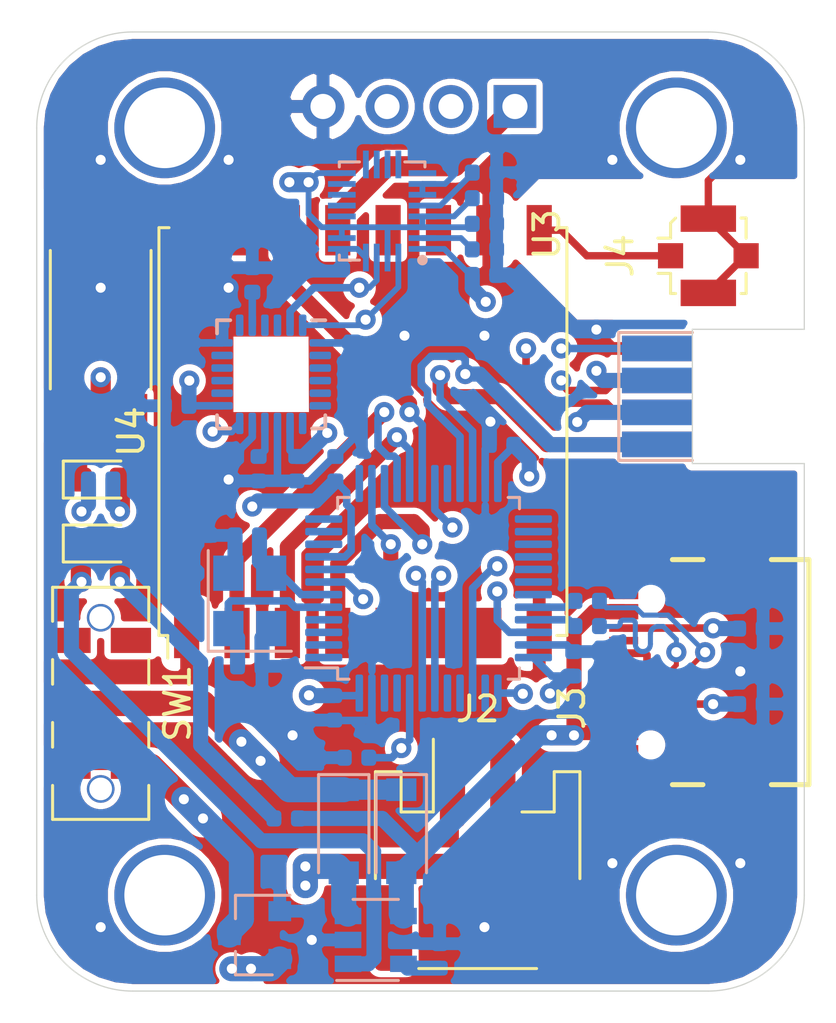
<source format=kicad_pcb>
(kicad_pcb (version 20171130) (host pcbnew 5.1.6)
  (layers (0 F.Cu signal) (1 In1.Cu signal) (2 In2.Cu signal) (31 B.Cu signal) (34 B.Paste user) (35 F.Paste user) (36 B.SilkS user) (37 F.SilkS user) (38 B.Mask user) (39 F.Mask user) (44 Edge.Cuts user))
  (net 0 "")
  (net 1 GND)
  (net 2 +3V3)
  (net 3 /OSC_IN)
  (net 4 /OSC_OUT)
  (net 5 +BATT)
  (net 6 /PWR_SW_IN)
  (net 7 VBUS)
  (net 8 "Net-(D3-Pad2)")
  (net 9 /CHG_STAT)
  (net 10 "Net-(D4-Pad2)")
  (net 11 /GPS_RX)
  (net 12 /GPS_TX)
  (net 13 /BOOT0)
  (net 14 /SWCLK)
  (net 15 /SWDIO)
  (net 16 "Net-(J3-PadA5)")
  (net 17 "Net-(J3-PadB5)")
  (net 18 "Net-(J4-Pad1)")
  (net 19 /D-)
  (net 20 /D+)
  (net 21 /PWR_SW_OUT)
  (net 22 /RESET)
  (net 23 /RFM_INT)
  (net 24 /RFM_NSS)
  (net 25 /SCK)
  (net 26 /MOSI)
  (net 27 /MISO)
  (net 28 /SDA)
  (net 29 /SCL)
  (net 30 /MPU_INT)
  (net 31 /UD-)
  (net 32 /UD+)
  (net 33 "Net-(C14-Pad2)")
  (net 34 "Net-(C15-Pad2)")
  (net 35 /SWO)
  (net 36 "Net-(C12-Pad2)")
  (net 37 "Net-(C13-Pad2)")
  (net 38 "Net-(R3-Pad1)")
  (module custom:NEO-6M_module (layer F.Cu) (at 30.48 34.29 270)
    (fp_text reference U3 (at -11.01 -5.02 90) (layer F.SilkS))
    (fp_text value NEO-6M_module hide)
    (pad "" np_thru_hole circle (at 15.24 -10.16 270) (size 4 4) (drill 3.200001) (layers *.Cu *.Mask))
    (pad "" np_thru_hole circle (at 15.24 10.16 270) (size 4 4) (drill 3.200001) (layers *.Cu *.Mask))
    (pad "" np_thru_hole circle (at -15.24 10.16 270) (size 4 4) (drill 3.200001) (layers *.Cu *.Mask))
    (pad "" np_thru_hole circle (at -15.24 -10.16 270) (size 4 4) (drill 3.200001) (layers *.Cu *.Mask))
    (pad 1 thru_hole rect (at -16.09 -3.75 270) (size 1.7 1.7) (drill 1) (layers *.Cu *.Mask) (net 2 +3V3))
    (pad 2 thru_hole oval (at -16.09 -1.21 270) (size 1.7 1.7) (drill 1) (layers *.Cu *.Mask) (net 11 /GPS_RX))
    (pad 3 thru_hole oval (at -16.09 1.33 270) (size 1.7 1.7) (drill 1) (layers *.Cu *.Mask) (net 12 /GPS_TX))
    (pad 4 thru_hole oval (at -16.09 3.87 270) (size 1.7 1.7) (drill 1) (layers *.Cu *.Mask) (net 1 GND))
  )
  (module custom:SW_DPDT_CK_JS202011JAQN (layer F.Cu) (at 17.78 41.91 270)
    (fp_text reference SW1 (at 0 -3.05 90) (layer F.SilkS))
    (fp_text value SW_DPDT_x2)
    (pad "" np_thru_hole circle (at -3.4 0 270) (size 1.1 1.1) (drill 0.9) (layers *.Cu *.Mask))
    (pad "" np_thru_hole circle (at 3.4 0 270) (size 1.1 1.1) (drill 0.9) (layers *.Cu *.Mask))
    (pad 4 smd rect (at -2.5 1.2 270) (size 1 1.6) (layers F.Cu F.Paste F.Mask))
    (pad 5 smd rect (at 0 1.2 270) (size 1 1.6) (layers F.Cu F.Paste F.Mask) (net 6 /PWR_SW_IN))
    (pad 6 smd rect (at 2.5 1.2 270) (size 1 1.6) (layers F.Cu F.Paste F.Mask) (net 21 /PWR_SW_OUT))
    (pad 1 smd rect (at -2.5 -1.2 270) (size 1 1.6) (layers F.Cu F.Paste F.Mask))
    (pad 2 smd rect (at 0 -1.2 270) (size 1 1.6) (layers F.Cu F.Paste F.Mask) (net 6 /PWR_SW_IN))
    (pad 3 smd rect (at 2.5 -1.2 270) (size 1 1.6) (layers F.Cu F.Paste F.Mask) (net 21 /PWR_SW_OUT))
  )
  (module custom:PinSocket_2x04_P1.27mm_Horizontal_Straddle (layer B.Cu) (at 39.878 29.718 180)
    (fp_text reference J1 hide)
    (fp_text value Conn_02x04_Odd_Even hide)
    (pad 1 connect rect (at 0 1.905 180) (size 2.794 1.016) (layers B.Cu B.Mask) (net 15 /SWDIO))
    (pad 2 connect rect (at 0 1.905 180) (size 2.794 1.016) (layers F.Cu F.Mask) (net 1 GND))
    (pad 3 connect rect (at 0 0.635 180) (size 2.794 1.016) (layers F.Cu F.Mask) (net 14 /SWCLK))
    (pad 4 connect rect (at 0 0.635 180) (size 2.794 1.016) (layers B.Cu B.Mask) (net 2 +3V3))
    (pad 5 connect rect (at 0 -0.635 180) (size 2.794 1.016) (layers F.Cu F.Mask) (net 35 /SWO))
    (pad 6 connect rect (at 0 -0.635 180) (size 2.794 1.016) (layers B.Cu B.Mask) (net 13 /BOOT0))
    (pad 7 connect rect (at 0 -1.905 180) (size 2.794 1.016) (layers F.Cu F.Mask) (net 12 /GPS_TX))
    (pad 8 connect rect (at 0 -1.905 180) (size 2.794 1.016) (layers B.Cu B.Mask) (net 11 /GPS_RX))
  )
  (module Capacitor_SMD:C_0402_1005Metric (layer B.Cu) (at 33.02 20.828 180)
    (fp_text reference C14 hide)
    (fp_text value "10n 16V")
    (pad 2 smd roundrect (at 0.485 0 180) (size 0.59 0.64) (layers B.Cu B.Paste B.Mask) (net 33 "Net-(C14-Pad2)"))
    (pad 1 smd roundrect (at -0.485 0 180) (size 0.59 0.64) (layers B.Cu B.Paste B.Mask) (net 1 GND))
  )
  (module custom:LGA-24L_3x3.5mm_P0.43mm_Handsolder (layer B.Cu) (at 28.956 22.352 90)
    (fp_text reference U7 hide)
    (fp_text value LSM9DS1)
    (pad 18 smd rect (at 1.505 1.6 90) (size 0.23 1.1) (layers B.Cu B.Paste B.Mask))
    (pad 9 smd rect (at -0.215 -1.6 90) (size 0.23 1.1) (layers B.Cu B.Paste B.Mask))
    (pad 20 smd rect (at 0.645 1.6 90) (size 0.23 1.1) (layers B.Cu B.Paste B.Mask) (net 1 GND))
    (pad 8 smd rect (at -0.645 -1.6 90) (size 0.23 1.1) (layers B.Cu B.Paste B.Mask) (net 2 +3V3))
    (pad 2 smd rect (at -1.85 0.645 90) (size 1.1 0.23) (layers B.Cu B.Paste B.Mask) (net 28 /SDA))
    (pad 17 smd rect (at 1.85 0.645 90) (size 1.1 0.23) (layers B.Cu B.Paste B.Mask))
    (pad 3 smd rect (at -1.85 0.215 90) (size 1.1 0.23) (layers B.Cu B.Paste B.Mask) (net 2 +3V3))
    (pad 1 smd rect (at -1.505 1.6 90) (size 0.23 1.1) (layers B.Cu B.Paste B.Mask) (net 2 +3V3))
    (pad 22 smd rect (at -0.215 1.6 90) (size 0.23 1.1) (layers B.Cu B.Paste B.Mask) (net 2 +3V3))
    (pad 5 smd rect (at -1.85 -0.645 90) (size 1.1 0.23) (layers B.Cu B.Paste B.Mask) (net 1 GND))
    (pad 23 smd rect (at -0.645 1.6 90) (size 0.23 1.1) (layers B.Cu B.Paste B.Mask) (net 2 +3V3))
    (pad 12 smd rect (at 1.075 -1.6 90) (size 0.23 1.1) (layers B.Cu B.Paste B.Mask))
    (pad 24 smd rect (at -1.075 1.6 90) (size 0.23 1.1) (layers B.Cu B.Paste B.Mask) (net 34 "Net-(C15-Pad2)"))
    (pad 13 smd rect (at 1.505 -1.6 90) (size 0.23 1.1) (layers B.Cu B.Paste B.Mask) (net 2 +3V3))
    (pad 11 smd rect (at 0.645 -1.6 90) (size 0.23 1.1) (layers B.Cu B.Paste B.Mask))
    (pad 10 smd rect (at 0.215 -1.6 90) (size 0.23 1.1) (layers B.Cu B.Paste B.Mask))
    (pad 14 smd rect (at 1.85 -0.645 90) (size 1.1 0.23) (layers B.Cu B.Paste B.Mask))
    (pad 19 smd rect (at 1.075 1.6 90) (size 0.23 1.1) (layers B.Cu B.Paste B.Mask) (net 1 GND))
    (pad 21 smd rect (at 0.215 1.6 90) (size 0.23 1.1) (layers B.Cu B.Paste B.Mask) (net 33 "Net-(C14-Pad2)"))
    (pad 6 smd rect (at -1.505 -1.6 90) (size 0.23 1.1) (layers B.Cu B.Paste B.Mask) (net 1 GND))
    (pad 7 smd rect (at -1.075 -1.6 90) (size 0.23 1.1) (layers B.Cu B.Paste B.Mask) (net 2 +3V3))
    (pad 16 smd rect (at 1.85 0.215 90) (size 1.1 0.23) (layers B.Cu B.Paste B.Mask))
    (pad 4 smd rect (at -1.85 -0.215 90) (size 1.1 0.23) (layers B.Cu B.Paste B.Mask) (net 29 /SCL))
    (pad 15 smd rect (at 1.85 -0.215 90) (size 1.1 0.23) (layers B.Cu B.Paste B.Mask))
  )
  (module Capacitor_SMD:C_0402_1005Metric (layer B.Cu) (at 33.02 23.876 180)
    (fp_text reference C15 hide)
    (fp_text value 100n)
    (pad 2 smd roundrect (at 0.485 0 180) (size 0.59 0.64) (layers B.Cu B.Paste B.Mask) (net 34 "Net-(C15-Pad2)"))
    (pad 1 smd roundrect (at -0.485 0 180) (size 0.59 0.64) (layers B.Cu B.Paste B.Mask) (net 1 GND))
  )
  (module Capacitor_SMD:C_0402_1005Metric (layer B.Cu) (at 33.02 24.892 180)
    (fp_text reference C9 hide)
    (fp_text value 100n)
    (pad 2 smd roundrect (at 0.485 0 180) (size 0.59 0.64) (layers B.Cu B.Paste B.Mask) (net 2 +3V3))
    (pad 1 smd roundrect (at -0.485 0 180) (size 0.59 0.64) (layers B.Cu B.Paste B.Mask) (net 1 GND))
  )
  (module Capacitor_SMD:C_0402_1005Metric (layer B.Cu) (at 33.02 21.844 180)
    (fp_text reference C8 hide)
    (fp_text value 100n)
    (pad 2 smd roundrect (at 0.485 0 180) (size 0.59 0.64) (layers B.Cu B.Paste B.Mask) (net 2 +3V3))
    (pad 1 smd roundrect (at -0.485 0 180) (size 0.59 0.64) (layers B.Cu B.Paste B.Mask) (net 1 GND))
  )
  (module Capacitor_SMD:C_0402_1005Metric (layer B.Cu) (at 33.02 22.86 180)
    (fp_text reference C7 hide)
    (fp_text value 100n)
    (pad 2 smd roundrect (at 0.485 0 180) (size 0.59 0.64) (layers B.Cu B.Paste B.Mask) (net 2 +3V3))
    (pad 1 smd roundrect (at -0.485 0 180) (size 0.59 0.64) (layers B.Cu B.Paste B.Mask) (net 1 GND))
  )
  (module Diode_SMD:D_SOD-123 (layer B.Cu) (at 27.432 46.99 270)
    (fp_text reference D1 hide)
    (fp_text value MBR0540)
    (pad 2 smd rect (at 1.65 0 270) (size 0.9 1.2) (layers B.Cu B.Paste B.Mask) (net 5 +BATT))
    (pad 1 smd rect (at -1.65 0 270) (size 0.9 1.2) (layers B.Cu B.Paste B.Mask) (net 6 /PWR_SW_IN))
  )
  (module Sensor_Motion:InvenSense_QFN-24_4x4mm_P0.5mm (layer B.Cu) (at 24.55 28.84 180)
    (fp_text reference U6 hide)
    (fp_text value MPU-6050)
    (pad 1 smd roundrect (at -1.95 1.25 180) (size 0.85 0.3) (layers B.Cu B.Paste B.Mask) (net 1 GND))
    (pad 2 smd roundrect (at -1.95 0.75 180) (size 0.85 0.3) (layers B.Cu B.Paste B.Mask))
    (pad 3 smd roundrect (at -1.95 0.25 180) (size 0.85 0.3) (layers B.Cu B.Paste B.Mask))
    (pad 4 smd roundrect (at -1.95 -0.25 180) (size 0.85 0.3) (layers B.Cu B.Paste B.Mask))
    (pad 5 smd roundrect (at -1.95 -0.75 180) (size 0.85 0.3) (layers B.Cu B.Paste B.Mask))
    (pad 6 smd roundrect (at -1.95 -1.25 180) (size 0.85 0.3) (layers B.Cu B.Paste B.Mask))
    (pad 7 smd roundrect (at -1.25 -1.95 90) (size 0.85 0.3) (layers B.Cu B.Paste B.Mask))
    (pad 8 smd roundrect (at -0.75 -1.95 90) (size 0.85 0.3) (layers B.Cu B.Paste B.Mask) (net 2 +3V3))
    (pad 9 smd roundrect (at -0.25 -1.95 90) (size 0.85 0.3) (layers B.Cu B.Paste B.Mask) (net 1 GND))
    (pad 10 smd roundrect (at 0.25 -1.95 90) (size 0.85 0.3) (layers B.Cu B.Paste B.Mask) (net 36 "Net-(C12-Pad2)"))
    (pad 11 smd roundrect (at 0.75 -1.95 90) (size 0.85 0.3) (layers B.Cu B.Paste B.Mask) (net 1 GND))
    (pad 12 smd roundrect (at 1.25 -1.95 90) (size 0.85 0.3) (layers B.Cu B.Paste B.Mask) (net 30 /MPU_INT))
    (pad 13 smd roundrect (at 1.95 -1.25 180) (size 0.85 0.3) (layers B.Cu B.Paste B.Mask) (net 2 +3V3))
    (pad 14 smd roundrect (at 1.95 -0.75 180) (size 0.85 0.3) (layers B.Cu B.Paste B.Mask))
    (pad 15 smd roundrect (at 1.95 -0.25 180) (size 0.85 0.3) (layers B.Cu B.Paste B.Mask))
    (pad 16 smd roundrect (at 1.95 0.25 180) (size 0.85 0.3) (layers B.Cu B.Paste B.Mask))
    (pad 17 smd roundrect (at 1.95 0.75 180) (size 0.85 0.3) (layers B.Cu B.Paste B.Mask))
    (pad 18 smd roundrect (at 1.95 1.25 180) (size 0.85 0.3) (layers B.Cu B.Paste B.Mask) (net 1 GND))
    (pad 19 smd roundrect (at 1.25 1.95 90) (size 0.85 0.3) (layers B.Cu B.Paste B.Mask))
    (pad 20 smd roundrect (at 0.75 1.95 90) (size 0.85 0.3) (layers B.Cu B.Paste B.Mask) (net 37 "Net-(C13-Pad2)"))
    (pad 21 smd roundrect (at 0.25 1.95 90) (size 0.85 0.3) (layers B.Cu B.Paste B.Mask))
    (pad 22 smd roundrect (at -0.25 1.95 90) (size 0.85 0.3) (layers B.Cu B.Paste B.Mask))
    (pad 23 smd roundrect (at -0.75 1.95 90) (size 0.85 0.3) (layers B.Cu B.Paste B.Mask) (net 29 /SCL))
    (pad 24 smd roundrect (at -1.25 1.95 90) (size 0.85 0.3) (layers B.Cu B.Paste B.Mask) (net 28 /SDA))
  )
  (module Package_TO_SOT_SMD:SOT-23 (layer B.Cu) (at 23.892 51.115 180)
    (fp_text reference U2 hide)
    (fp_text value XC6206P332MR)
    (pad 1 smd rect (at -1 0.95 180) (size 0.9 0.8) (layers B.Cu B.Paste B.Mask) (net 1 GND))
    (pad 2 smd rect (at -1 -0.95 180) (size 0.9 0.8) (layers B.Cu B.Paste B.Mask) (net 2 +3V3))
    (pad 3 smd rect (at 1 0 180) (size 0.9 0.8) (layers B.Cu B.Paste B.Mask) (net 21 /PWR_SW_OUT))
  )
  (module Package_TO_SOT_SMD:SOT-23-5 (layer B.Cu) (at 28.702 51.308)
    (fp_text reference U1 hide)
    (fp_text value MCP73831-2ACL-OT)
    (pad 1 smd rect (at -1.1 0.95) (size 1.06 0.65) (layers B.Cu B.Paste B.Mask) (net 9 /CHG_STAT))
    (pad 2 smd rect (at -1.1 0) (size 1.06 0.65) (layers B.Cu B.Paste B.Mask) (net 1 GND))
    (pad 3 smd rect (at -1.1 -0.95) (size 1.06 0.65) (layers B.Cu B.Paste B.Mask) (net 5 +BATT))
    (pad 4 smd rect (at 1.1 -0.95) (size 1.06 0.65) (layers B.Cu B.Paste B.Mask) (net 7 VBUS))
    (pad 5 smd rect (at 1.1 0.95) (size 1.06 0.65) (layers B.Cu B.Paste B.Mask) (net 38 "Net-(R3-Pad1)"))
  )
  (module Resistor_SMD:R_0402_1005Metric (layer B.Cu) (at 27.94 44.069 180)
    (fp_text reference R8 hide)
    (fp_text value 10k)
    (pad 2 smd roundrect (at 0.485 0 180) (size 0.59 0.64) (layers B.Cu B.Paste B.Mask) (net 1 GND))
    (pad 1 smd roundrect (at -0.485 0 180) (size 0.59 0.64) (layers B.Cu B.Paste B.Mask) (net 13 /BOOT0))
  )
  (module Resistor_SMD:R_0402_1005Metric (layer B.Cu) (at 43.6 41.94)
    (fp_text reference R5 hide)
    (fp_text value 22)
    (pad 2 smd roundrect (at 0.485 0) (size 0.59 0.64) (layers B.Cu B.Paste B.Mask) (net 1 GND))
    (pad 1 smd roundrect (at -0.485 0) (size 0.59 0.64) (layers B.Cu B.Paste B.Mask) (net 16 "Net-(J3-PadA5)"))
  )
  (module Resistor_SMD:R_0402_1005Metric (layer B.Cu) (at 43.6 38.94)
    (fp_text reference R4 hide)
    (fp_text value 22)
    (pad 1 smd roundrect (at -0.485 0) (size 0.59 0.64) (layers B.Cu B.Paste B.Mask) (net 17 "Net-(J3-PadB5)"))
    (pad 2 smd roundrect (at 0.485 0) (size 0.59 0.64) (layers B.Cu B.Paste B.Mask) (net 1 GND))
  )
  (module Resistor_SMD:R_0402_1005Metric (layer B.Cu) (at 31.242 51.943 90)
    (fp_text reference R3 hide)
    (fp_text value 2k)
    (pad 2 smd roundrect (at 0.485 0 90) (size 0.59 0.64) (layers B.Cu B.Paste B.Mask) (net 1 GND))
    (pad 1 smd roundrect (at -0.485 0 90) (size 0.59 0.64) (layers B.Cu B.Paste B.Mask) (net 38 "Net-(R3-Pad1)"))
  )
  (module Diode_SMD:D_SOD-123 (layer B.Cu) (at 29.718 46.99 270)
    (fp_text reference D2 hide)
    (fp_text value MBR0540)
    (pad 2 smd rect (at 1.65 0 270) (size 0.9 1.2) (layers B.Cu B.Paste B.Mask) (net 7 VBUS))
    (pad 1 smd rect (at -1.65 0 270) (size 0.9 1.2) (layers B.Cu B.Paste B.Mask) (net 6 /PWR_SW_IN))
  )
  (module Capacitor_SMD:C_0402_1005Metric (layer B.Cu) (at 23.8 25.09 270)
    (fp_text reference C13 hide)
    (fp_text value 2.2n)
    (pad 2 smd roundrect (at 0.485 0 270) (size 0.59 0.64) (layers B.Cu B.Paste B.Mask) (net 37 "Net-(C13-Pad2)"))
    (pad 1 smd roundrect (at -0.485 0 270) (size 0.59 0.64) (layers B.Cu B.Paste B.Mask) (net 1 GND))
  )
  (module Capacitor_SMD:C_0402_1005Metric (layer B.Cu) (at 24.05 32.59 90)
    (fp_text reference C12 hide)
    (fp_text value 100n)
    (pad 2 smd roundrect (at 0.485 0 90) (size 0.59 0.64) (layers B.Cu B.Paste B.Mask) (net 36 "Net-(C12-Pad2)"))
    (pad 1 smd roundrect (at -0.485 0 90) (size 0.59 0.64) (layers B.Cu B.Paste B.Mask) (net 1 GND))
  )
  (module Capacitor_SMD:C_0402_1005Metric (layer B.Cu) (at 25.55 32.59 90)
    (fp_text reference C11 hide)
    (fp_text value 100n)
    (pad 2 smd roundrect (at 0.485 0 90) (size 0.59 0.64) (layers B.Cu B.Paste B.Mask) (net 2 +3V3))
    (pad 1 smd roundrect (at -0.485 0 90) (size 0.59 0.64) (layers B.Cu B.Paste B.Mask) (net 1 GND))
  )
  (module Capacitor_SMD:C_0402_1005Metric (layer B.Cu) (at 20.8 30.09)
    (fp_text reference C10 hide)
    (fp_text value 100n)
    (pad 2 smd roundrect (at 0.485 0) (size 0.59 0.64) (layers B.Cu B.Paste B.Mask) (net 2 +3V3))
    (pad 1 smd roundrect (at -0.485 0) (size 0.59 0.64) (layers B.Cu B.Paste B.Mask) (net 1 GND))
  )
  (module Capacitor_SMD:C_0402_1005Metric (layer B.Cu) (at 23.6 35.24 180)
    (fp_text reference C6 hide)
    (fp_text value 22p)
    (pad 2 smd roundrect (at 0.485 0 180) (size 0.59 0.64) (layers B.Cu B.Paste B.Mask) (net 1 GND))
    (pad 1 smd roundrect (at -0.485 0 180) (size 0.59 0.64) (layers B.Cu B.Paste B.Mask) (net 4 /OSC_OUT))
  )
  (module Capacitor_SMD:C_0402_1005Metric (layer B.Cu) (at 23.7 40.44)
    (fp_text reference C5 hide)
    (fp_text value 22p)
    (pad 2 smd roundrect (at 0.485 0) (size 0.59 0.64) (layers B.Cu B.Paste B.Mask) (net 1 GND))
    (pad 1 smd roundrect (at -0.485 0) (size 0.59 0.64) (layers B.Cu B.Paste B.Mask) (net 3 /OSC_IN))
  )
  (module Capacitor_SMD:C_0402_1005Metric (layer B.Cu) (at 27.1 32.59 270)
    (fp_text reference C4 hide)
    (fp_text value 100n)
    (pad 2 smd roundrect (at 0.485 0 270) (size 0.59 0.64) (layers B.Cu B.Paste B.Mask) (net 2 +3V3))
    (pad 1 smd roundrect (at -0.485 0 270) (size 0.59 0.64) (layers B.Cu B.Paste B.Mask) (net 1 GND))
  )
  (module Capacitor_SMD:C_0402_1005Metric (layer B.Cu) (at 27.05 42.09 90)
    (fp_text reference C3 hide)
    (fp_text value 100n)
    (pad 2 smd roundrect (at 0.485 0 90) (size 0.59 0.64) (layers B.Cu B.Paste B.Mask) (net 2 +3V3))
    (pad 1 smd roundrect (at -0.485 0 90) (size 0.59 0.64) (layers B.Cu B.Paste B.Mask) (net 1 GND))
  )
  (module Capacitor_SMD:C_0402_1005Metric (layer B.Cu) (at 36.55 40.34 270)
    (fp_text reference C2 hide)
    (fp_text value 100n)
    (pad 2 smd roundrect (at 0.485 0 270) (size 0.59 0.64) (layers B.Cu B.Paste B.Mask) (net 2 +3V3))
    (pad 1 smd roundrect (at -0.485 0 270) (size 0.59 0.64) (layers B.Cu B.Paste B.Mask) (net 1 GND))
  )
  (module Capacitor_SMD:C_0402_1005Metric (layer B.Cu) (at 33.7 31.64)
    (fp_text reference C1 hide)
    (fp_text value 100n)
    (pad 2 smd roundrect (at 0.485 0) (size 0.59 0.64) (layers B.Cu B.Paste B.Mask) (net 2 +3V3))
    (pad 1 smd roundrect (at -0.485 0) (size 0.59 0.64) (layers B.Cu B.Paste B.Mask) (net 1 GND))
  )
  (module custom:SW_Push_1P1T_KSS231 (layer F.Cu) (at 17.78 26.67 90)
    (fp_text reference SW2 hide)
    (fp_text value SW_SPST hide)
    (pad 2 smd rect (at 3.8 0 90) (size 1.7 3.7) (layers F.Cu F.Paste F.Mask) (net 1 GND))
    (pad 1 smd rect (at -3.8 0 90) (size 1.7 3.7) (layers F.Cu F.Paste F.Mask) (net 22 /RESET))
  )
  (module Connector_JST:JST_PH_S2B-PH-SM4-TB_1x02-1MP_P2.00mm_Horizontal (layer F.Cu) (at 32.75 47.935)
    (fp_text reference J2 (at 0 -5.8 180) (layer F.SilkS))
    (fp_text value BATT)
    (pad 1 smd roundrect (at -1 -2.85) (size 1 3.5) (layers F.Cu F.Paste F.Mask) (net 1 GND))
    (pad 2 smd roundrect (at 1 -2.85) (size 1 3.5) (layers F.Cu F.Paste F.Mask) (net 5 +BATT))
    (pad MP smd roundrect (at -3.35 2.9) (size 1.5 3.4) (layers F.Cu F.Paste F.Mask) (roundrect_rratio 0.166667))
    (pad MP smd roundrect (at 3.35 2.9) (size 1.5 3.4) (layers F.Cu F.Paste F.Mask) (roundrect_rratio 0.166667))
  )
  (module custom:GCT_USB4110-GF-A (layer F.Cu) (at 39.624 40.67 90)
    (fp_text reference J3 (at -1.425 -3.135 90) (layer F.SilkS))
    (fp_text value USB_C_Receptacle_USB2.0 hide)
    (pad B12 smd rect (at -3.2 -1.075 90) (size 0.6 1.15) (layers F.Cu F.Paste F.Mask) (net 1 GND))
    (pad B9 smd rect (at -2.4 -1.075 90) (size 0.6 1.15) (layers F.Cu F.Paste F.Mask) (net 7 VBUS))
    (pad A9 smd rect (at 2.4 -1.075 90) (size 0.6 1.15) (layers F.Cu F.Paste F.Mask) (net 7 VBUS))
    (pad A12 smd rect (at 3.2 -1.075 90) (size 0.6 1.15) (layers F.Cu F.Paste F.Mask) (net 1 GND))
    (pad B8 smd rect (at -1.75 -1.075 90) (size 0.3 1.15) (layers F.Cu F.Paste F.Mask))
    (pad B5 smd rect (at 1.75 -1.075 90) (size 0.3 1.15) (layers F.Cu F.Paste F.Mask) (net 17 "Net-(J3-PadB5)"))
    (pad A5 smd rect (at -1.25 -1.075 90) (size 0.3 1.15) (layers F.Cu F.Paste F.Mask) (net 16 "Net-(J3-PadA5)"))
    (pad A8 smd rect (at 1.25 -1.075 90) (size 0.3 1.15) (layers F.Cu F.Paste F.Mask))
    (pad B7 smd rect (at -0.75 -1.075 90) (size 0.3 1.15) (layers F.Cu F.Paste F.Mask) (net 31 /UD-))
    (pad B6 smd rect (at 0.75 -1.075 90) (size 0.3 1.15) (layers F.Cu F.Paste F.Mask) (net 32 /UD+))
    (pad A6 smd rect (at -0.25 -1.075 90) (size 0.3 1.15) (layers F.Cu F.Paste F.Mask) (net 32 /UD+))
    (pad A7 smd rect (at 0.25 -1.075 90) (size 0.3 1.15) (layers F.Cu F.Paste F.Mask) (net 31 /UD-))
    (pad S1 smd rect (at -5.11 -0.5 90) (size 2.18 2) (layers F.Cu F.Paste F.Mask) (net 1 GND))
    (pad S1 smd rect (at 5.11 -0.5 90) (size 2.18 2) (layers F.Cu F.Paste F.Mask) (net 1 GND))
    (pad S1 smd rect (at -5.11 3.43 90) (size 2.18 2) (layers F.Cu F.Paste F.Mask) (net 1 GND))
    (pad S1 smd rect (at 5.11 3.43 90) (size 2.18 2) (layers F.Cu F.Paste F.Mask) (net 1 GND))
    (pad None np_thru_hole circle (at -2.89 0 90) (size 0.65 0.65) (drill 0.65) (layers *.Cu *.Mask))
    (pad None np_thru_hole circle (at 2.89 0 90) (size 0.65 0.65) (drill 0.65) (layers *.Cu *.Mask))
    (pad A1 smd rect (at -3.2 -1.075 90) (size 0.6 1.15) (layers F.Cu F.Paste F.Mask) (net 1 GND))
    (pad A4 smd rect (at -2.4 -1.075 90) (size 0.6 1.15) (layers F.Cu F.Paste F.Mask) (net 7 VBUS))
    (pad B4 smd rect (at 2.4 -1.075 90) (size 0.6 1.15) (layers F.Cu F.Paste F.Mask) (net 7 VBUS))
    (pad B1 smd rect (at 3.2 -1.075 90) (size 0.6 1.15) (layers F.Cu F.Paste F.Mask) (net 1 GND))
  )
  (module Crystal:Crystal_SMD_3225-4Pin_3.2x2.5mm (layer B.Cu) (at 23.7 37.84 90)
    (fp_text reference Y1 hide)
    (fp_text value 16M)
    (pad 4 smd rect (at -1.1 0.85 90) (size 1.4 1.2) (layers B.Cu B.Paste B.Mask) (net 1 GND))
    (pad 3 smd rect (at 1.1 0.85 90) (size 1.4 1.2) (layers B.Cu B.Paste B.Mask) (net 4 /OSC_OUT))
    (pad 2 smd rect (at 1.1 -0.85 90) (size 1.4 1.2) (layers B.Cu B.Paste B.Mask) (net 1 GND))
    (pad 1 smd rect (at -1.1 -0.85 90) (size 1.4 1.2) (layers B.Cu B.Paste B.Mask) (net 3 /OSC_IN))
  )
  (module Package_QFP:LQFP-48_7x7mm_P0.5mm (layer B.Cu) (at 30.8 37.34)
    (fp_text reference U5 hide)
    (fp_text value STM32F103C8Tx)
    (pad 1 smd roundrect (at -4.1625 2.75) (size 1.475 0.3) (layers B.Cu B.Paste B.Mask))
    (pad 2 smd roundrect (at -4.1625 2.25) (size 1.475 0.3) (layers B.Cu B.Paste B.Mask))
    (pad 3 smd roundrect (at -4.1625 1.75) (size 1.475 0.3) (layers B.Cu B.Paste B.Mask))
    (pad 4 smd roundrect (at -4.1625 1.25) (size 1.475 0.3) (layers B.Cu B.Paste B.Mask))
    (pad 5 smd roundrect (at -4.1625 0.75) (size 1.475 0.3) (layers B.Cu B.Paste B.Mask) (net 3 /OSC_IN))
    (pad 6 smd roundrect (at -4.1625 0.25) (size 1.475 0.3) (layers B.Cu B.Paste B.Mask) (net 4 /OSC_OUT))
    (pad 7 smd roundrect (at -4.1625 -0.25) (size 1.475 0.3) (layers B.Cu B.Paste B.Mask) (net 22 /RESET))
    (pad 8 smd roundrect (at -4.1625 -0.75) (size 1.475 0.3) (layers B.Cu B.Paste B.Mask) (net 1 GND))
    (pad 9 smd roundrect (at -4.1625 -1.25) (size 1.475 0.3) (layers B.Cu B.Paste B.Mask) (net 2 +3V3))
    (pad 10 smd roundrect (at -4.1625 -1.75) (size 1.475 0.3) (layers B.Cu B.Paste B.Mask))
    (pad 11 smd roundrect (at -4.1625 -2.25) (size 1.475 0.3) (layers B.Cu B.Paste B.Mask))
    (pad 12 smd roundrect (at -4.1625 -2.75) (size 1.475 0.3) (layers B.Cu B.Paste B.Mask))
    (pad 13 smd roundrect (at -2.75 -4.1625) (size 0.3 1.475) (layers B.Cu B.Paste B.Mask))
    (pad 14 smd roundrect (at -2.25 -4.1625) (size 0.3 1.475) (layers B.Cu B.Paste B.Mask) (net 24 /RFM_NSS))
    (pad 15 smd roundrect (at -1.75 -4.1625) (size 0.3 1.475) (layers B.Cu B.Paste B.Mask) (net 25 /SCK))
    (pad 16 smd roundrect (at -1.25 -4.1625) (size 0.3 1.475) (layers B.Cu B.Paste B.Mask) (net 27 /MISO))
    (pad 17 smd roundrect (at -0.75 -4.1625) (size 0.3 1.475) (layers B.Cu B.Paste B.Mask) (net 26 /MOSI))
    (pad 18 smd roundrect (at -0.25 -4.1625) (size 0.3 1.475) (layers B.Cu B.Paste B.Mask) (net 23 /RFM_INT))
    (pad 19 smd roundrect (at 0.25 -4.1625) (size 0.3 1.475) (layers B.Cu B.Paste B.Mask) (net 30 /MPU_INT))
    (pad 20 smd roundrect (at 0.75 -4.1625) (size 0.3 1.475) (layers B.Cu B.Paste B.Mask))
    (pad 21 smd roundrect (at 1.25 -4.1625) (size 0.3 1.475) (layers B.Cu B.Paste B.Mask) (net 11 /GPS_RX))
    (pad 22 smd roundrect (at 1.75 -4.1625) (size 0.3 1.475) (layers B.Cu B.Paste B.Mask) (net 12 /GPS_TX))
    (pad 23 smd roundrect (at 2.25 -4.1625) (size 0.3 1.475) (layers B.Cu B.Paste B.Mask) (net 1 GND))
    (pad 24 smd roundrect (at 2.75 -4.1625) (size 0.3 1.475) (layers B.Cu B.Paste B.Mask) (net 2 +3V3))
    (pad 25 smd roundrect (at 4.1625 -2.75) (size 1.475 0.3) (layers B.Cu B.Paste B.Mask))
    (pad 26 smd roundrect (at 4.1625 -2.25) (size 1.475 0.3) (layers B.Cu B.Paste B.Mask))
    (pad 27 smd roundrect (at 4.1625 -1.75) (size 1.475 0.3) (layers B.Cu B.Paste B.Mask))
    (pad 28 smd roundrect (at 4.1625 -1.25) (size 1.475 0.3) (layers B.Cu B.Paste B.Mask))
    (pad 29 smd roundrect (at 4.1625 -0.75) (size 1.475 0.3) (layers B.Cu B.Paste B.Mask))
    (pad 30 smd roundrect (at 4.1625 -0.25) (size 1.475 0.3) (layers B.Cu B.Paste B.Mask))
    (pad 31 smd roundrect (at 4.1625 0.25) (size 1.475 0.3) (layers B.Cu B.Paste B.Mask))
    (pad 32 smd roundrect (at 4.1625 0.75) (size 1.475 0.3) (layers B.Cu B.Paste B.Mask) (net 19 /D-))
    (pad 33 smd roundrect (at 4.1625 1.25) (size 1.475 0.3) (layers B.Cu B.Paste B.Mask) (net 20 /D+))
    (pad 34 smd roundrect (at 4.1625 1.75) (size 1.475 0.3) (layers B.Cu B.Paste B.Mask) (net 15 /SWDIO))
    (pad 35 smd roundrect (at 4.1625 2.25) (size 1.475 0.3) (layers B.Cu B.Paste B.Mask) (net 1 GND))
    (pad 36 smd roundrect (at 4.1625 2.75) (size 1.475 0.3) (layers B.Cu B.Paste B.Mask) (net 2 +3V3))
    (pad 37 smd roundrect (at 2.75 4.1625) (size 0.3 1.475) (layers B.Cu B.Paste B.Mask) (net 14 /SWCLK))
    (pad 38 smd roundrect (at 2.25 4.1625) (size 0.3 1.475) (layers B.Cu B.Paste B.Mask))
    (pad 39 smd roundrect (at 1.75 4.1625) (size 0.3 1.475) (layers B.Cu B.Paste B.Mask) (net 35 /SWO))
    (pad 40 smd roundrect (at 1.25 4.1625) (size 0.3 1.475) (layers B.Cu B.Paste B.Mask))
    (pad 41 smd roundrect (at 0.75 4.1625) (size 0.3 1.475) (layers B.Cu B.Paste B.Mask))
    (pad 42 smd roundrect (at 0.25 4.1625) (size 0.3 1.475) (layers B.Cu B.Paste B.Mask) (net 29 /SCL))
    (pad 43 smd roundrect (at -0.25 4.1625) (size 0.3 1.475) (layers B.Cu B.Paste B.Mask) (net 28 /SDA))
    (pad 44 smd roundrect (at -0.75 4.1625) (size 0.3 1.475) (layers B.Cu B.Paste B.Mask) (net 13 /BOOT0))
    (pad 45 smd roundrect (at -1.25 4.1625) (size 0.3 1.475) (layers B.Cu B.Paste B.Mask))
    (pad 46 smd roundrect (at -1.75 4.1625) (size 0.3 1.475) (layers B.Cu B.Paste B.Mask))
    (pad 47 smd roundrect (at -2.25 4.1625) (size 0.3 1.475) (layers B.Cu B.Paste B.Mask) (net 1 GND))
    (pad 48 smd roundrect (at -2.75 4.1625) (size 0.3 1.475) (layers B.Cu B.Paste B.Mask) (net 2 +3V3))
  )
  (module Resistor_SMD:R_0402_1005Metric (layer B.Cu) (at 37.1 38.84)
    (fp_text reference R7 hide)
    (fp_text value 22)
    (pad 1 smd roundrect (at -0.485 0) (size 0.59 0.64) (layers B.Cu B.Paste B.Mask) (net 20 /D+))
    (pad 2 smd roundrect (at 0.485 0) (size 0.59 0.64) (layers B.Cu B.Paste B.Mask) (net 32 /UD+))
  )
  (module Resistor_SMD:R_0402_1005Metric (layer B.Cu) (at 37.1 37.84)
    (fp_text reference R6 hide)
    (fp_text value 22)
    (pad 1 smd roundrect (at -0.485 0) (size 0.59 0.64) (layers B.Cu B.Paste B.Mask) (net 19 /D-))
    (pad 2 smd roundrect (at 0.485 0) (size 0.59 0.64) (layers B.Cu B.Paste B.Mask) (net 31 /UD-))
  )
  (module Resistor_SMD:R_0402_1005Metric (layer B.Cu) (at 17.78 33.02)
    (fp_text reference R2 hide)
    (fp_text value 1k)
    (pad 2 smd roundrect (at 0.485 0) (size 0.59 0.64) (layers B.Cu B.Paste B.Mask) (net 10 "Net-(D4-Pad2)"))
    (pad 1 smd roundrect (at -0.485 0) (size 0.59 0.64) (layers B.Cu B.Paste B.Mask) (net 2 +3V3))
  )
  (module Resistor_SMD:R_0402_1005Metric (layer B.Cu) (at 25.146 46.482 180)
    (fp_text reference R1 hide)
    (fp_text value 1k)
    (pad 2 smd roundrect (at 0.485 0 180) (size 0.59 0.64) (layers B.Cu B.Paste B.Mask) (net 8 "Net-(D3-Pad2)"))
    (pad 1 smd roundrect (at -0.485 0 180) (size 0.59 0.64) (layers B.Cu B.Paste B.Mask) (net 7 VBUS))
  )
  (module Connector_Coaxial:U.FL_Molex_MCRF_73412-0110_Vertical (layer F.Cu) (at 41.91 24.13 270)
    (fp_text reference J4 (at 0 3.5 90) (layer F.SilkS))
    (fp_text value u.FL)
    (pad 1 smd rect (at 0 1.5 270) (size 1 1) (layers F.Cu F.Paste F.Mask) (net 18 "Net-(J4-Pad1)"))
    (pad 2 smd rect (at 0 -1.5 270) (size 1 1) (layers F.Cu F.Paste F.Mask) (net 1 GND))
    (pad 2 smd rect (at 1.475 0 270) (size 1.05 2.2) (layers F.Cu F.Paste F.Mask) (net 1 GND))
    (pad 2 smd rect (at -1.475 0 270) (size 1.05 2.2) (layers F.Cu F.Paste F.Mask) (net 1 GND))
  )
  (module LED_SMD:LED_0603_1608Metric (layer F.Cu) (at 17.78 33.02)
    (fp_text reference D4 hide)
    (fp_text value GRE)
    (pad 1 smd roundrect (at -0.7875 0) (size 0.875 0.95) (layers F.Cu F.Paste F.Mask) (net 1 GND))
    (pad 2 smd roundrect (at 0.7875 0) (size 0.875 0.95) (layers F.Cu F.Paste F.Mask) (net 10 "Net-(D4-Pad2)"))
  )
  (module LED_SMD:LED_0603_1608Metric (layer F.Cu) (at 17.78 35.56)
    (fp_text reference D3 hide)
    (fp_text value ORA)
    (pad 2 smd roundrect (at 0.7875 0) (size 0.875 0.95) (layers F.Cu F.Paste F.Mask) (net 8 "Net-(D3-Pad2)"))
    (pad 1 smd roundrect (at -0.7875 0) (size 0.875 0.95) (layers F.Cu F.Paste F.Mask) (net 9 /CHG_STAT))
  )
  (module RF_Module:HOPERF_RFM9XW_SMD (layer F.Cu) (at 28.194 31.115 90)
    (fp_text reference U4 (at 0 -9.2 90) (layer F.SilkS))
    (fp_text value RFM95W-915S2)
    (pad 16 smd rect (at 8 -7 90) (size 2 1) (layers F.Cu F.Paste F.Mask))
    (pad 15 smd rect (at 8 -5 90) (size 2 1) (layers F.Cu F.Paste F.Mask))
    (pad 14 smd rect (at 8 -3 90) (size 2 1) (layers F.Cu F.Paste F.Mask) (net 23 /RFM_INT))
    (pad 13 smd rect (at 8 -1 90) (size 2 1) (layers F.Cu F.Paste F.Mask) (net 2 +3V3))
    (pad 12 smd rect (at 8 1 90) (size 2 1) (layers F.Cu F.Paste F.Mask))
    (pad 11 smd rect (at 8 3 90) (size 2 1) (layers F.Cu F.Paste F.Mask))
    (pad 10 smd rect (at 8 5 90) (size 2 1) (layers F.Cu F.Paste F.Mask) (net 1 GND))
    (pad 9 smd rect (at 8 7 90) (size 2 1) (layers F.Cu F.Paste F.Mask) (net 18 "Net-(J4-Pad1)"))
    (pad 8 smd rect (at -8 7 90) (size 2 1) (layers F.Cu F.Paste F.Mask) (net 1 GND))
    (pad 7 smd rect (at -8 5 90) (size 2 1) (layers F.Cu F.Paste F.Mask))
    (pad 6 smd rect (at -8 3 90) (size 2 1) (layers F.Cu F.Paste F.Mask))
    (pad 5 smd rect (at -8 1 90) (size 2 1) (layers F.Cu F.Paste F.Mask) (net 24 /RFM_NSS))
    (pad 4 smd rect (at -8 -1 90) (size 2 1) (layers F.Cu F.Paste F.Mask) (net 25 /SCK))
    (pad 3 smd rect (at -8 -3 90) (size 2 1) (layers F.Cu F.Paste F.Mask) (net 26 /MOSI))
    (pad 2 smd rect (at -8 -5 90) (size 2 1) (layers F.Cu F.Paste F.Mask) (net 27 /MISO))
    (pad 1 smd rect (at -8 -7 90) (size 2 1) (layers F.Cu F.Paste F.Mask) (net 1 GND))
  )
  (gr_line (start 41.275 27.051) (end 45.72 27.051) (layer Edge.Cuts) (width 0.05))
  (gr_line (start 41.275 32.385) (end 41.275 27.051) (layer Edge.Cuts) (width 0.05))
  (gr_line (start 45.72 32.385) (end 41.275 32.385) (layer Edge.Cuts) (width 0.05))
  (gr_line (start 45.72 49.53) (end 45.72 32.385) (layer Edge.Cuts) (width 0.05))
  (gr_line (start 45.72 27.051) (end 45.72 19.05) (layer Edge.Cuts) (width 0.05))
  (gr_line (start 19.05 53.34) (end 41.91 53.34) (layer Edge.Cuts) (width 0.05))
  (gr_line (start 15.24 19.05) (end 15.24 49.53) (layer Edge.Cuts) (width 0.05))
  (gr_line (start 41.91 15.24) (end 19.05 15.24) (layer Edge.Cuts) (width 0.05))
  (gr_arc (start 41.91 49.53) (end 41.91 53.34) (angle -90) (layer Edge.Cuts) (width 0.05))
  (gr_arc (start 19.05 49.53) (end 15.24 49.53) (angle -90) (layer Edge.Cuts) (width 0.05))
  (gr_arc (start 41.91 19.05) (end 45.72 19.05) (angle -90) (layer Edge.Cuts) (width 0.05))
  (gr_arc (start 19.05 19.05) (end 19.05 15.24) (angle -90) (layer Edge.Cuts) (width 0.05))
  (via (at 17.78 50.8) (size 0.8) (drill 0.4) (layers F.Cu B.Cu) (net 1))
  (segment (start 24.185 39.305) (end 24.55 38.94) (width 0.6) (layer B.Cu) (net 1))
  (segment (start 24.185 40.44) (end 24.185 39.305) (width 0.6) (layer B.Cu) (net 1))
  (segment (start 23.115 36.475) (end 22.85 36.74) (width 0.6) (layer B.Cu) (net 1))
  (segment (start 23.115 35.24) (end 23.115 36.475) (width 0.6) (layer B.Cu) (net 1))
  (segment (start 41.935 22.655) (end 43.41 24.13) (width 0.29337) (layer F.Cu) (net 1))
  (segment (start 41.91 22.655) (end 41.935 22.655) (width 0.29337) (layer F.Cu) (net 1))
  (segment (start 43.385 24.13) (end 41.91 25.605) (width 0.29337) (layer F.Cu) (net 1))
  (segment (start 43.41 24.13) (end 43.385 24.13) (width 0.29337) (layer F.Cu) (net 1))
  (segment (start 38.549 45.205) (end 39.124 45.78) (width 0.6) (layer F.Cu) (net 1))
  (segment (start 38.549 43.87) (end 38.549 45.205) (width 0.6) (layer F.Cu) (net 1))
  (segment (start 38.549 36.135) (end 39.124 35.56) (width 0.6) (layer F.Cu) (net 1))
  (segment (start 38.549 37.47) (end 38.549 36.135) (width 0.6) (layer F.Cu) (net 1))
  (segment (start 33.05 31.805) (end 33.215 31.64) (width 0.3) (layer B.Cu) (net 1))
  (segment (start 33.05 33.1775) (end 33.05 31.805) (width 0.3) (layer B.Cu) (net 1))
  (via (at 37.465 27.063) (size 0.8) (drill 0.4) (layers F.Cu B.Cu) (net 1))
  (segment (start 39.751 27.813) (end 38.215 27.813) (width 0.3) (layer F.Cu) (net 1))
  (segment (start 38.215 27.813) (end 37.465 27.063) (width 0.3) (layer F.Cu) (net 1))
  (segment (start 33.215 31.64) (end 33.215 30.762222) (width 0.6) (layer B.Cu) (net 1))
  (via (at 33.257207 30.720015) (size 0.8) (drill 0.4) (layers F.Cu B.Cu) (net 1))
  (segment (start 33.215 30.762222) (end 33.257207 30.720015) (width 0.6) (layer B.Cu) (net 1))
  (via (at 26.162 51.308) (size 0.8) (drill 0.4) (layers F.Cu B.Cu) (net 1))
  (segment (start 23.8 31.331414) (end 23.291414 31.84) (width 0.3) (layer B.Cu) (net 1))
  (segment (start 23.8 30.79) (end 23.8 31.331414) (width 0.3) (layer B.Cu) (net 1))
  (segment (start 23.291414 31.84) (end 23.05 31.84) (width 0.3) (layer B.Cu) (net 1))
  (segment (start 24.8 30.79) (end 24.8 33.09) (width 0.3) (layer B.Cu) (net 1))
  (segment (start 36.285 39.59) (end 36.55 39.855) (width 0.3) (layer B.Cu) (net 1))
  (segment (start 34.9625 39.59) (end 36.285 39.59) (width 0.3) (layer B.Cu) (net 1))
  (segment (start 28.55 41.5025) (end 28.55 42.59) (width 0.3) (layer B.Cu) (net 1))
  (segment (start 27.065 42.59) (end 27.05 42.575) (width 0.3) (layer B.Cu) (net 1))
  (segment (start 28.55 42.59) (end 27.065 42.59) (width 0.3) (layer B.Cu) (net 1))
  (segment (start 26.6375 36.59) (end 28.3 36.59) (width 0.3) (layer B.Cu) (net 1))
  (segment (start 26.5 27.59) (end 27.3 27.59) (width 0.3) (layer B.Cu) (net 1))
  (segment (start 22.6 27.59) (end 21.8 27.59) (width 0.3) (layer B.Cu) (net 1))
  (segment (start 22.85 36.74) (end 22.85 36.64) (width 0.3) (layer B.Cu) (net 1))
  (via (at 22.86 33.02) (size 0.8) (drill 0.4) (layers F.Cu B.Cu) (net 1))
  (via (at 25.4 43.18) (size 0.8) (drill 0.4) (layers F.Cu B.Cu) (net 1))
  (via (at 33.02 50.8) (size 0.8) (drill 0.4) (layers F.Cu B.Cu) (net 1))
  (via (at 43.18 40.64) (size 0.8) (drill 0.4) (layers F.Cu B.Cu) (net 1))
  (via (at 33.02 27.305) (size 0.8) (drill 0.4) (layers F.Cu B.Cu) (net 1))
  (via (at 29.845 27.305) (size 0.8) (drill 0.4) (layers F.Cu B.Cu) (net 1))
  (via (at 17.78 25.4) (size 0.8) (drill 0.4) (layers F.Cu B.Cu) (net 1))
  (via (at 17.78 20.32) (size 0.8) (drill 0.4) (layers F.Cu B.Cu) (net 1))
  (via (at 22.86 20.32) (size 0.8) (drill 0.4) (layers F.Cu B.Cu) (net 1))
  (via (at 38.1 20.32) (size 0.8) (drill 0.4) (layers F.Cu B.Cu) (net 1))
  (via (at 43.18 20.32) (size 0.8) (drill 0.4) (layers F.Cu B.Cu) (net 1))
  (via (at 43.18 48.26) (size 0.8) (drill 0.4) (layers F.Cu B.Cu) (net 1))
  (via (at 38.1 48.26) (size 0.8) (drill 0.4) (layers F.Cu B.Cu) (net 1))
  (segment (start 27.966 23.857) (end 28.311 24.202) (width 0.23) (layer B.Cu) (net 1))
  (segment (start 27.356 23.857) (end 27.966 23.857) (width 0.23) (layer B.Cu) (net 1))
  (segment (start 33.505 24.892) (end 33.9852 24.892) (width 0.6) (layer B.Cu) (net 1))
  (segment (start 33.9852 24.892) (end 35.0012 25.908) (width 0.6) (layer B.Cu) (net 1))
  (segment (start 30.556 21.707) (end 30.556 21.277) (width 0.23) (layer B.Cu) (net 1))
  (segment (start 30.556 21.277) (end 31.4534 21.277) (width 0.23) (layer B.Cu) (net 1))
  (segment (start 31.4534 21.277) (end 31.8516 20.8788) (width 0.23) (layer B.Cu) (net 1))
  (segment (start 41.91 22.655) (end 41.91 21.1455) (width 0.29337) (layer F.Cu) (net 1))
  (segment (start 41.91 21.1455) (end 42.1005 20.955) (width 0.29337) (layer F.Cu) (net 1))
  (via (at 22.86 25.4) (size 0.8) (drill 0.4) (layers F.Cu B.Cu) (net 1))
  (segment (start 27.046414 32.105) (end 27.1 32.105) (width 0.3) (layer B.Cu) (net 1))
  (segment (start 26.076414 33.075) (end 27.046414 32.105) (width 0.3) (layer B.Cu) (net 1))
  (segment (start 25.55 33.075) (end 26.076414 33.075) (width 0.3) (layer B.Cu) (net 1))
  (segment (start 27.1 32.105) (end 27.75 31.455) (width 0.3) (layer B.Cu) (net 1))
  (segment (start 31.856 20.574) (end 34.23 18.2) (width 0.8) (layer F.Cu) (net 2))
  (segment (start 29.154998 20.574) (end 31.856 20.574) (width 0.8) (layer F.Cu) (net 2))
  (segment (start 27.194 23.115) (end 27.194 22.534998) (width 0.8) (layer F.Cu) (net 2))
  (segment (start 27.194 22.534998) (end 29.154998 20.574) (width 0.8) (layer F.Cu) (net 2))
  (via (at 23.749 52.451) (size 0.8) (drill 0.4) (layers F.Cu B.Cu) (net 2))
  (segment (start 24.506 52.451) (end 24.892 52.065) (width 1) (layer B.Cu) (net 2))
  (segment (start 23.749 52.451) (end 24.506 52.451) (width 1) (layer B.Cu) (net 2))
  (segment (start 21.285 30.09) (end 22.6 30.09) (width 0.3) (layer B.Cu) (net 2))
  (segment (start 21.285 30.09) (end 21.285 29.105) (width 0.6) (layer B.Cu) (net 2))
  (via (at 21.3 29.09) (size 0.8) (drill 0.4) (layers F.Cu B.Cu) (net 2))
  (segment (start 21.285 29.105) (end 21.3 29.09) (width 0.6) (layer B.Cu) (net 2))
  (segment (start 35.6975 40.825) (end 36.55 40.825) (width 0.3) (layer B.Cu) (net 2))
  (segment (start 34.9625 40.09) (end 35.6975 40.825) (width 0.3) (layer B.Cu) (net 2))
  (via (at 35.618527 41.515135) (size 0.8) (drill 0.4) (layers F.Cu B.Cu) (net 2))
  (segment (start 36.55 40.825) (end 36.308662 40.825) (width 0.6) (layer B.Cu) (net 2))
  (segment (start 36.308662 40.825) (end 35.618527 41.515135) (width 0.6) (layer B.Cu) (net 2))
  (segment (start 27.9475 41.605) (end 28.05 41.5025) (width 0.3) (layer B.Cu) (net 2))
  (segment (start 27.05 41.605) (end 27.9475 41.605) (width 0.3) (layer B.Cu) (net 2))
  (via (at 26.05 41.59) (size 0.8) (drill 0.4) (layers F.Cu B.Cu) (net 2))
  (segment (start 27.05 41.605) (end 26.065 41.605) (width 0.6) (layer B.Cu) (net 2))
  (segment (start 26.065 41.605) (end 26.05 41.59) (width 0.6) (layer B.Cu) (net 2))
  (segment (start 32.398 22.997) (end 32.535 22.86) (width 0.23) (layer B.Cu) (net 2))
  (segment (start 30.556 22.997) (end 32.398 22.997) (width 0.23) (layer B.Cu) (net 2))
  (segment (start 31.812 22.567) (end 32.535 21.844) (width 0.23) (layer B.Cu) (net 2))
  (segment (start 30.556 22.567) (end 31.812 22.567) (width 0.23) (layer B.Cu) (net 2))
  (segment (start 29.171 24.202) (end 29.171 23.0505) (width 0.23) (layer B.Cu) (net 2))
  (segment (start 31.4262 23.857) (end 30.556 23.857) (width 0.23) (layer B.Cu) (net 2))
  (segment (start 32.4612 24.892) (end 31.4262 23.857) (width 0.23) (layer B.Cu) (net 2))
  (segment (start 32.535 24.892) (end 32.4612 24.892) (width 0.23) (layer B.Cu) (net 2))
  (via (at 33.0708 25.9588) (size 0.8) (drill 0.4) (layers F.Cu B.Cu) (net 2))
  (segment (start 32.535 25.423) (end 33.0708 25.9588) (width 0.6) (layer B.Cu) (net 2))
  (segment (start 32.535 24.892) (end 32.535 25.423) (width 0.6) (layer B.Cu) (net 2))
  (segment (start 27.356 22.997) (end 30.556 22.997) (width 0.23) (layer B.Cu) (net 2))
  (segment (start 27.356 23.427) (end 27.356 22.997) (width 0.23) (layer B.Cu) (net 2))
  (segment (start 30.556 22.567) (end 30.556 22.997) (width 0.23) (layer B.Cu) (net 2))
  (segment (start 27.356 20.847) (end 26.397 20.847) (width 0.23) (layer B.Cu) (net 2))
  (segment (start 26.553999 22.997001) (end 26.035 22.478002) (width 0.23) (layer B.Cu) (net 2))
  (segment (start 27.356 22.997) (end 26.553999 22.997001) (width 0.23) (layer B.Cu) (net 2))
  (segment (start 26.397 20.847) (end 26.035 21.209) (width 0.23) (layer B.Cu) (net 2))
  (segment (start 26.035 22.478002) (end 26.035 21.209) (width 0.23) (layer B.Cu) (net 2))
  (via (at 26.035 21.209) (size 0.8) (drill 0.4) (layers F.Cu B.Cu) (net 2))
  (via (at 25.273 21.209) (size 0.8) (drill 0.4) (layers F.Cu B.Cu) (net 2))
  (segment (start 26.035 21.209) (end 25.273 21.209) (width 0.8) (layer B.Cu) (net 2))
  (segment (start 23.749 52.451) (end 22.987 52.451) (width 1) (layer B.Cu) (net 2))
  (via (at 22.987 52.451) (size 0.8) (drill 0.4) (layers F.Cu B.Cu) (net 2))
  (segment (start 27.476058 36.09) (end 26.6375 36.09) (width 0.3) (layer B.Cu) (net 2))
  (segment (start 27.72501 35.841048) (end 27.476058 36.09) (width 0.3) (layer B.Cu) (net 2))
  (segment (start 27.72501 34.191068) (end 27.72501 35.841048) (width 0.3) (layer B.Cu) (net 2))
  (via (at 34.798 32.893) (size 0.8) (drill 0.4) (layers F.Cu B.Cu) (net 2))
  (segment (start 34.798 32.253) (end 34.185 31.64) (width 0.6) (layer B.Cu) (net 2))
  (segment (start 34.798 32.893) (end 34.798 32.253) (width 0.6) (layer B.Cu) (net 2))
  (segment (start 33.55 33.1775) (end 33.55 32.328586) (width 0.3) (layer B.Cu) (net 2))
  (segment (start 34.185 31.693586) (end 34.185 31.64) (width 0.3) (layer B.Cu) (net 2))
  (segment (start 33.55 32.328586) (end 34.185 31.693586) (width 0.3) (layer B.Cu) (net 2))
  (segment (start 25.3 31.855) (end 25.55 32.105) (width 0.3) (layer B.Cu) (net 2))
  (segment (start 25.3 30.79) (end 25.3 31.855) (width 0.3) (layer B.Cu) (net 2))
  (via (at 23.8 34.09) (size 0.8) (drill 0.4) (layers F.Cu B.Cu) (net 2))
  (segment (start 25.840671 32.105) (end 26.776325 31.169346) (width 0.6) (layer B.Cu) (net 2))
  (segment (start 25.55 32.105) (end 25.840671 32.105) (width 0.6) (layer B.Cu) (net 2))
  (via (at 26.776325 31.169346) (size 0.8) (drill 0.4) (layers F.Cu B.Cu) (net 2))
  (segment (start 24.01999 33.87001) (end 23.8 34.09) (width 0.6) (layer B.Cu) (net 2))
  (segment (start 26.30499 33.87001) (end 24.01999 33.87001) (width 0.6) (layer B.Cu) (net 2))
  (segment (start 27.1 33.075) (end 26.30499 33.87001) (width 0.6) (layer B.Cu) (net 2))
  (segment (start 27.72501 34.191068) (end 27.54999 34.016048) (width 0.3) (layer B.Cu) (net 2))
  (segment (start 27.54999 33.52499) (end 27.1 33.075) (width 0.3) (layer B.Cu) (net 2))
  (segment (start 27.54999 34.016048) (end 27.54999 33.52499) (width 0.3) (layer B.Cu) (net 2))
  (via (at 17.018 34.29) (size 0.8) (drill 0.4) (layers F.Cu B.Cu) (net 2))
  (segment (start 17.295 33.02) (end 17.295 34.013) (width 0.6) (layer B.Cu) (net 2))
  (segment (start 39.751 29.083) (end 37.719 29.083) (width 0.6) (layer B.Cu) (net 2))
  (via (at 37.465 28.702) (size 0.8) (drill 0.4) (layers F.Cu B.Cu) (net 2))
  (segment (start 37.719 29.083) (end 37.465 28.829) (width 0.6) (layer B.Cu) (net 2))
  (segment (start 37.465 28.829) (end 37.465 28.702) (width 0.6) (layer B.Cu) (net 2))
  (segment (start 22.85 37.94) (end 22.85 38.94) (width 0.3) (layer B.Cu) (net 3))
  (segment (start 26.6375 38.09) (end 25.499993 38.09) (width 0.3) (layer B.Cu) (net 3))
  (segment (start 22.95 37.84) (end 22.85 37.94) (width 0.3) (layer B.Cu) (net 3))
  (segment (start 25.249993 37.84) (end 22.95 37.84) (width 0.3) (layer B.Cu) (net 3))
  (segment (start 25.499993 38.09) (end 25.249993 37.84) (width 0.3) (layer B.Cu) (net 3))
  (segment (start 23.215 39.305) (end 22.85 38.94) (width 0.6) (layer B.Cu) (net 3))
  (segment (start 23.215 40.44) (end 23.215 39.305) (width 0.6) (layer B.Cu) (net 3))
  (segment (start 26.6375 37.59) (end 25.75 37.59) (width 0.3) (layer B.Cu) (net 4))
  (segment (start 24.9 36.74) (end 24.55 36.74) (width 0.3) (layer B.Cu) (net 4))
  (segment (start 25.75 37.59) (end 24.9 36.74) (width 0.3) (layer B.Cu) (net 4))
  (segment (start 24.085 36.275) (end 24.55 36.74) (width 0.6) (layer B.Cu) (net 4))
  (segment (start 24.085 35.24) (end 24.085 36.275) (width 0.6) (layer B.Cu) (net 4))
  (segment (start 27.432 50.112999) (end 27.602 50.282999) (width 1) (layer B.Cu) (net 5))
  (segment (start 27.432 48.64) (end 27.432 50.112999) (width 1) (layer B.Cu) (net 5))
  (segment (start 27.432 48.64) (end 27.179 48.387) (width 1) (layer B.Cu) (net 5))
  (segment (start 32.198 48.387) (end 25.90786 48.387) (width 1) (layer F.Cu) (net 5))
  (segment (start 33.75 45.085) (end 33.75 46.835) (width 1) (layer F.Cu) (net 5))
  (segment (start 33.75 46.835) (end 32.198 48.387) (width 1) (layer F.Cu) (net 5))
  (via (at 25.90786 48.387) (size 0.8) (drill 0.4) (layers F.Cu B.Cu) (net 5))
  (segment (start 27.179 48.387) (end 25.90786 48.387) (width 1) (layer B.Cu) (net 5))
  (via (at 25.908 49.149) (size 0.8) (drill 0.4) (layers F.Cu B.Cu) (net 5))
  (segment (start 25.90786 49.14886) (end 25.908 49.149) (width 1) (layer B.Cu) (net 5))
  (segment (start 25.90786 48.387) (end 25.90786 49.14886) (width 1) (layer B.Cu) (net 5))
  (segment (start 25.908 48.38714) (end 25.90786 48.387) (width 1) (layer F.Cu) (net 5))
  (segment (start 25.908 49.149) (end 25.908 48.38714) (width 1) (layer F.Cu) (net 5))
  (segment (start 29.718 45.34) (end 27.432 45.34) (width 0.8) (layer B.Cu) (net 6))
  (segment (start 16.58 41.91) (end 18.98 41.91) (width 1) (layer F.Cu) (net 6))
  (segment (start 25.274 45.34) (end 24.13 44.196) (width 1) (layer B.Cu) (net 6))
  (via (at 24.13 44.196) (size 0.8) (drill 0.4) (layers F.Cu B.Cu) (net 6))
  (segment (start 27.432 45.34) (end 25.274 45.34) (width 1) (layer B.Cu) (net 6))
  (via (at 23.367982 43.434) (size 0.8) (drill 0.4) (layers F.Cu B.Cu) (net 6))
  (segment (start 24.13 44.196) (end 23.368 43.434) (width 1) (layer B.Cu) (net 6))
  (segment (start 23.368 43.434) (end 23.367982 43.434) (width 1) (layer B.Cu) (net 6))
  (segment (start 24.13 44.196) (end 23.368 43.434) (width 1) (layer F.Cu) (net 6))
  (segment (start 23.368 43.434) (end 23.367982 43.434) (width 1) (layer F.Cu) (net 6))
  (segment (start 18.98 41.91) (end 21.843982 41.91) (width 1) (layer F.Cu) (net 6))
  (segment (start 21.843982 41.91) (end 23.367982 43.434) (width 1) (layer F.Cu) (net 6))
  (segment (start 29.718 50.274) (end 29.802 50.358) (width 1) (layer B.Cu) (net 7))
  (segment (start 29.718 48.64) (end 29.718 50.274) (width 1) (layer B.Cu) (net 7))
  (segment (start 30.416 47.942) (end 29.718 48.64) (width 0.8) (layer B.Cu) (net 7))
  (segment (start 28.956 46.482) (end 25.631 46.482) (width 0.6) (layer B.Cu) (net 7))
  (segment (start 29.337 46.863) (end 28.956 46.482) (width 0.6) (layer B.Cu) (net 7))
  (segment (start 29.337 46.863) (end 30.416 47.942) (width 0.6) (layer B.Cu) (net 7))
  (segment (start 36.576 39.068) (end 36.576 43.18) (width 0.6) (layer F.Cu) (net 7))
  (segment (start 36.686 43.07) (end 36.576 43.18) (width 0.6) (layer F.Cu) (net 7))
  (segment (start 37.374 38.27) (end 36.576 39.068) (width 0.6) (layer F.Cu) (net 7))
  (segment (start 38.549 43.07) (end 36.686 43.07) (width 0.6) (layer F.Cu) (net 7))
  (segment (start 38.549 38.27) (end 37.374 38.27) (width 0.6) (layer F.Cu) (net 7))
  (via (at 36.576 43.18) (size 0.8) (drill 0.4) (layers F.Cu B.Cu) (net 7))
  (via (at 35.687014 43.18) (size 0.8) (drill 0.4) (layers F.Cu B.Cu) (net 7))
  (segment (start 36.576 43.18) (end 35.687014 43.18) (width 0.8) (layer F.Cu) (net 7))
  (segment (start 36.576 43.18) (end 35.687014 43.18) (width 0.8) (layer B.Cu) (net 7))
  (segment (start 30.416 47.942) (end 35.178 43.18) (width 0.8) (layer B.Cu) (net 7))
  (segment (start 35.178 43.18) (end 35.687014 43.18) (width 0.8) (layer B.Cu) (net 7))
  (via (at 18.542 37.084) (size 0.8) (drill 0.4) (layers F.Cu B.Cu) (net 8))
  (segment (start 21.749999 40.291999) (end 18.542 37.084) (width 0.6) (layer B.Cu) (net 8))
  (segment (start 21.749999 43.570999) (end 21.749999 40.291999) (width 0.6) (layer B.Cu) (net 8))
  (segment (start 24.661 46.482) (end 21.749999 43.570999) (width 0.6) (layer B.Cu) (net 8))
  (segment (start 18.542 35.5855) (end 18.5675 35.56) (width 0.8) (layer F.Cu) (net 8))
  (segment (start 18.542 37.084) (end 18.542 35.5855) (width 0.8) (layer F.Cu) (net 8))
  (via (at 17.018 37.084) (size 0.8) (drill 0.4) (layers F.Cu B.Cu) (net 9))
  (segment (start 16.9925 37.0585) (end 17.018 37.084) (width 0.8) (layer F.Cu) (net 9))
  (segment (start 16.9925 35.56) (end 16.9925 37.0585) (width 0.8) (layer F.Cu) (net 9))
  (segment (start 17.018 37.084) (end 16.618001 37.483999) (width 0.6) (layer B.Cu) (net 9))
  (segment (start 16.618001 37.483999) (end 16.618001 39.841775) (width 0.6) (layer B.Cu) (net 9))
  (segment (start 28.407002 52.258) (end 27.602 52.258) (width 0.6) (layer B.Cu) (net 9))
  (segment (start 16.618001 39.841775) (end 24.147226 47.371) (width 0.6) (layer B.Cu) (net 9))
  (segment (start 24.147226 47.371) (end 28.194 47.371) (width 0.6) (layer B.Cu) (net 9))
  (segment (start 28.632001 49.504003) (end 28.632001 52.033001) (width 0.6) (layer B.Cu) (net 9))
  (segment (start 28.194 47.371) (end 28.617999 47.794999) (width 0.6) (layer B.Cu) (net 9))
  (segment (start 28.617999 47.794999) (end 28.617999 49.490001) (width 0.6) (layer B.Cu) (net 9))
  (segment (start 28.617999 49.490001) (end 28.632001 49.504003) (width 0.6) (layer B.Cu) (net 9))
  (segment (start 28.632001 52.033001) (end 28.407002 52.258) (width 0.6) (layer B.Cu) (net 9))
  (via (at 18.542 34.29) (size 0.8) (drill 0.4) (layers F.Cu B.Cu) (net 10))
  (segment (start 18.542 33.0455) (end 18.5675 33.02) (width 0.8) (layer F.Cu) (net 10))
  (segment (start 18.542 34.29) (end 18.542 33.0455) (width 0.8) (layer F.Cu) (net 10))
  (segment (start 18.265 34.013) (end 18.542 34.29) (width 0.6) (layer B.Cu) (net 10))
  (segment (start 18.265 33.02) (end 18.265 34.013) (width 0.6) (layer B.Cu) (net 10))
  (via (at 32.258 28.829) (size 0.8) (drill 0.4) (layers F.Cu B.Cu) (net 11))
  (segment (start 32.11763 28.122945) (end 32.258 28.263315) (width 0.3) (layer B.Cu) (net 11))
  (segment (start 30.898953 28.122945) (end 32.11763 28.122945) (width 0.3) (layer B.Cu) (net 11))
  (segment (start 32.258 28.263315) (end 32.258 28.829) (width 0.3) (layer B.Cu) (net 11))
  (segment (start 30.508953 28.512945) (end 30.898953 28.122945) (width 0.3) (layer B.Cu) (net 11))
  (segment (start 30.508953 29.232947) (end 30.508953 28.512945) (width 0.3) (layer B.Cu) (net 11))
  (segment (start 30.758944 29.482938) (end 30.508953 29.232947) (width 0.3) (layer B.Cu) (net 11))
  (segment (start 32.05 31.316439) (end 30.758944 30.025383) (width 0.3) (layer B.Cu) (net 11))
  (segment (start 30.758944 30.025383) (end 30.758944 29.482938) (width 0.3) (layer B.Cu) (net 11))
  (segment (start 32.05 33.1775) (end 32.05 31.316439) (width 0.3) (layer B.Cu) (net 11))
  (segment (start 35.628687 31.634002) (end 32.823685 28.829) (width 0.6) (layer B.Cu) (net 11))
  (segment (start 32.823685 28.829) (end 32.258 28.829) (width 0.6) (layer B.Cu) (net 11))
  (segment (start 39.739998 31.634002) (end 35.628687 31.634002) (width 0.6) (layer B.Cu) (net 11))
  (segment (start 39.751 31.623) (end 39.739998 31.634002) (width 0.6) (layer B.Cu) (net 11))
  (segment (start 31.258954 29.818273) (end 31.258954 28.872946) (width 0.3) (layer B.Cu) (net 12))
  (segment (start 32.55 33.1775) (end 32.55 31.109319) (width 0.3) (layer B.Cu) (net 12))
  (segment (start 32.55 31.109319) (end 31.258954 29.818273) (width 0.3) (layer B.Cu) (net 12))
  (via (at 31.258954 28.872946) (size 0.8) (drill 0.4) (layers F.Cu B.Cu) (net 12))
  (segment (start 31.258954 29.438631) (end 31.258954 28.872946) (width 0.6) (layer F.Cu) (net 12))
  (segment (start 31.549324 29.729001) (end 31.258954 29.438631) (width 0.6) (layer F.Cu) (net 12))
  (segment (start 39.751 31.623) (end 39.739999 31.634001) (width 0.6) (layer F.Cu) (net 12))
  (segment (start 35.498878 31.634001) (end 33.593878 29.729001) (width 0.6) (layer F.Cu) (net 12))
  (segment (start 39.739999 31.634001) (end 35.498878 31.634001) (width 0.6) (layer F.Cu) (net 12))
  (segment (start 33.593878 29.729001) (end 31.549324 29.729001) (width 0.6) (layer F.Cu) (net 12))
  (segment (start 28.425 44.069) (end 29.337 44.069) (width 0.3) (layer B.Cu) (net 13))
  (segment (start 30.05 41.5025) (end 30.05 43.356) (width 0.3) (layer B.Cu) (net 13))
  (segment (start 30.05 43.356) (end 29.718 43.688) (width 0.3) (layer B.Cu) (net 13))
  (via (at 29.718 43.688) (size 0.8) (drill 0.4) (layers F.Cu B.Cu) (net 13))
  (segment (start 29.337 44.069) (end 29.718 43.688) (width 0.3) (layer B.Cu) (net 13))
  (segment (start 37.084 30.353) (end 36.703 30.734) (width 0.6) (layer B.Cu) (net 13))
  (via (at 36.703 30.734) (size 0.8) (drill 0.4) (layers F.Cu B.Cu) (net 13))
  (segment (start 39.751 30.353) (end 37.084 30.353) (width 0.6) (layer B.Cu) (net 13))
  (segment (start 33.55 41.5025) (end 34.5175 41.5025) (width 0.3) (layer B.Cu) (net 14))
  (via (at 34.544 41.529) (size 0.8) (drill 0.4) (layers F.Cu B.Cu) (net 14))
  (segment (start 34.5175 41.5025) (end 34.544 41.529) (width 0.3) (layer B.Cu) (net 14))
  (via (at 36.068 29.083) (size 0.8) (drill 0.4) (layers F.Cu B.Cu) (net 14))
  (segment (start 36.340999 29.482999) (end 35.941 29.083) (width 0.3) (layer F.Cu) (net 14))
  (segment (start 37.827001 29.482999) (end 36.340999 29.482999) (width 0.3) (layer F.Cu) (net 14))
  (segment (start 38.227 29.083) (end 37.827001 29.482999) (width 0.3) (layer F.Cu) (net 14))
  (segment (start 39.878 29.083) (end 38.227 29.083) (width 0.3) (layer F.Cu) (net 14))
  (via (at 36.068 27.813) (size 0.8) (drill 0.4) (layers F.Cu B.Cu) (net 15))
  (segment (start 39.751 27.813) (end 36.068 27.813) (width 0.3) (layer B.Cu) (net 15))
  (segment (start 34.01 39.09) (end 33.528 38.608) (width 0.3) (layer B.Cu) (net 15))
  (segment (start 33.528 38.608) (end 33.528 37.465) (width 0.3) (layer B.Cu) (net 15))
  (segment (start 34.9625 39.09) (end 34.01 39.09) (width 0.3) (layer B.Cu) (net 15))
  (via (at 33.528 37.465) (size 0.8) (drill 0.4) (layers F.Cu B.Cu) (net 15))
  (via (at 42.1 41.94) (size 0.8) (drill 0.4) (layers F.Cu B.Cu) (net 16))
  (segment (start 43.115 41.94) (end 42.1 41.94) (width 0.6) (layer B.Cu) (net 16))
  (segment (start 39.404002 41.92) (end 38.549 41.92) (width 0.3) (layer F.Cu) (net 16))
  (segment (start 39.424002 41.94) (end 39.404002 41.92) (width 0.3) (layer F.Cu) (net 16))
  (segment (start 42.1 41.94) (end 39.424002 41.94) (width 0.3) (layer F.Cu) (net 16))
  (via (at 42.103164 38.930636) (size 0.8) (drill 0.4) (layers F.Cu B.Cu) (net 17))
  (segment (start 43.115 38.94) (end 42.112528 38.94) (width 0.6) (layer B.Cu) (net 17))
  (segment (start 42.112528 38.94) (end 42.103164 38.930636) (width 0.6) (layer B.Cu) (net 17))
  (segment (start 42.092528 38.92) (end 38.549 38.92) (width 0.3) (layer F.Cu) (net 17))
  (segment (start 42.103164 38.930636) (end 42.092528 38.92) (width 0.3) (layer F.Cu) (net 17))
  (segment (start 36.069 23.115) (end 35.194 23.115) (width 0.29337) (layer F.Cu) (net 18))
  (segment (start 37.084 24.13) (end 36.069 23.115) (width 0.29337) (layer F.Cu) (net 18))
  (segment (start 37.084 24.13) (end 40.41 24.13) (width 0.29337) (layer F.Cu) (net 18))
  (segment (start 36.25 38.09) (end 36.5 37.84) (width 0.3) (layer B.Cu) (net 19))
  (segment (start 34.9625 38.09) (end 36.25 38.09) (width 0.3) (layer B.Cu) (net 19))
  (segment (start 36.365 38.59) (end 36.615 38.84) (width 0.3) (layer B.Cu) (net 20))
  (segment (start 34.9625 38.59) (end 36.365 38.59) (width 0.3) (layer B.Cu) (net 20))
  (segment (start 22.892 50.954002) (end 22.892 51.115) (width 1) (layer B.Cu) (net 21))
  (segment (start 23.368 50.478002) (end 22.892 50.954002) (width 1) (layer B.Cu) (net 21))
  (segment (start 23.368 48.006) (end 23.368 50.478002) (width 1) (layer B.Cu) (net 21))
  (segment (start 18.629999 44.059999) (end 18.98 44.41) (width 1) (layer F.Cu) (net 21))
  (segment (start 16.930001 44.059999) (end 16.58 44.41) (width 1) (layer F.Cu) (net 21))
  (segment (start 18.629999 44.059999) (end 16.930001 44.059999) (width 1) (layer F.Cu) (net 21))
  (via (at 21.082 45.72) (size 0.8) (drill 0.4) (layers F.Cu B.Cu) (net 21))
  (segment (start 23.147217 47.785217) (end 21.844 46.482) (width 1) (layer B.Cu) (net 21))
  (segment (start 23.368 48.006) (end 23.147217 47.785217) (width 1) (layer B.Cu) (net 21))
  (segment (start 21.844 46.482) (end 21.082 45.72) (width 1) (layer B.Cu) (net 21))
  (via (at 21.844 46.482) (size 0.8) (drill 0.4) (layers F.Cu B.Cu) (net 21))
  (segment (start 21.844 46.482) (end 21.082 45.72) (width 1) (layer F.Cu) (net 21))
  (segment (start 19.772 44.41) (end 21.082 45.72) (width 1) (layer F.Cu) (net 21))
  (segment (start 18.98 44.41) (end 19.772 44.41) (width 1) (layer F.Cu) (net 21))
  (via (at 28.201979 37.771585) (size 0.8) (drill 0.4) (layers F.Cu B.Cu) (net 22))
  (segment (start 27.520394 37.09) (end 28.201979 37.771585) (width 0.3) (layer B.Cu) (net 22))
  (segment (start 26.6375 37.09) (end 27.520394 37.09) (width 0.3) (layer B.Cu) (net 22))
  (via (at 17.78 28.956) (size 0.8) (drill 0.4) (layers F.Cu B.Cu) (net 22))
  (segment (start 17.78 30.47) (end 17.78 28.956) (width 0.8) (layer F.Cu) (net 22))
  (via (at 30.042 30.34) (size 0.8) (drill 0.4) (layers F.Cu B.Cu) (net 23))
  (segment (start 30.55 30.848) (end 30.042 30.34) (width 0.3) (layer B.Cu) (net 23))
  (segment (start 30.55 33.1775) (end 30.55 30.848) (width 0.3) (layer B.Cu) (net 23))
  (segment (start 25.194 25.146002) (end 30.042 29.994002) (width 0.6) (layer F.Cu) (net 23))
  (segment (start 25.194 23.115) (end 25.194 25.146002) (width 0.6) (layer F.Cu) (net 23))
  (segment (start 30.042 29.994002) (end 30.042 30.34) (width 0.6) (layer F.Cu) (net 23))
  (segment (start 28.55 33.1775) (end 28.55 34.84) (width 0.3) (layer B.Cu) (net 24))
  (segment (start 28.55 34.84) (end 29.3 35.59) (width 0.3) (layer B.Cu) (net 24))
  (via (at 29.3 35.59) (size 0.8) (drill 0.4) (layers F.Cu B.Cu) (net 24))
  (segment (start 29.3 39.009) (end 29.194 39.115) (width 0.6) (layer F.Cu) (net 24))
  (segment (start 29.3 35.59) (end 29.3 39.009) (width 0.6) (layer F.Cu) (net 24))
  (segment (start 29.05 33.1775) (end 29.05 34.09) (width 0.3) (layer B.Cu) (net 25))
  (via (at 30.55 35.59) (size 0.8) (drill 0.4) (layers F.Cu B.Cu) (net 25))
  (segment (start 29.05 34.09) (end 30.55 35.59) (width 0.3) (layer B.Cu) (net 25))
  (segment (start 27.194 36.363998) (end 27.194 39.115) (width 0.6) (layer F.Cu) (net 25))
  (segment (start 30.215684 34.689999) (end 28.867999 34.689999) (width 0.6) (layer F.Cu) (net 25))
  (segment (start 30.55 35.024315) (end 30.215684 34.689999) (width 0.6) (layer F.Cu) (net 25))
  (segment (start 28.867999 34.689999) (end 27.194 36.363998) (width 0.6) (layer F.Cu) (net 25))
  (segment (start 30.55 35.59) (end 30.55 35.024315) (width 0.6) (layer F.Cu) (net 25))
  (via (at 29.542 31.34) (size 0.8) (drill 0.4) (layers F.Cu B.Cu) (net 26))
  (segment (start 30.05 31.848) (end 29.542 31.34) (width 0.3) (layer B.Cu) (net 26))
  (segment (start 30.05 33.1775) (end 30.05 31.848) (width 0.3) (layer B.Cu) (net 26))
  (segment (start 25.194 35.688) (end 29.542 31.34) (width 0.6) (layer F.Cu) (net 26))
  (segment (start 25.194 39.115) (end 25.194 35.688) (width 0.6) (layer F.Cu) (net 26))
  (via (at 29.042 30.34) (size 0.8) (drill 0.4) (layers F.Cu B.Cu) (net 27))
  (segment (start 28.791999 30.590001) (end 29.042 30.34) (width 0.3) (layer B.Cu) (net 27))
  (segment (start 28.791999 31.700001) (end 28.791999 30.590001) (width 0.3) (layer B.Cu) (net 27))
  (segment (start 29.181999 32.090001) (end 28.791999 31.700001) (width 0.3) (layer B.Cu) (net 27))
  (segment (start 29.423001 32.090001) (end 29.181999 32.090001) (width 0.3) (layer B.Cu) (net 27))
  (segment (start 29.55 32.217) (end 29.423001 32.090001) (width 0.3) (layer B.Cu) (net 27))
  (segment (start 29.55 33.1775) (end 29.55 32.217) (width 0.3) (layer B.Cu) (net 27))
  (segment (start 23.194 36.188) (end 29.042 30.34) (width 0.6) (layer F.Cu) (net 27))
  (segment (start 23.194 39.115) (end 23.194 36.188) (width 0.6) (layer F.Cu) (net 27))
  (segment (start 30.55 37.09) (end 30.3 36.84) (width 0.3) (layer B.Cu) (net 28))
  (segment (start 30.55 41.5025) (end 30.55 37.09) (width 0.3) (layer B.Cu) (net 28))
  (via (at 30.3 36.84) (size 0.8) (drill 0.4) (layers F.Cu B.Cu) (net 28))
  (segment (start 29.601001 24.202) (end 29.601001 25.369009) (width 0.23) (layer B.Cu) (net 28))
  (segment (start 25.8 26.89) (end 28.08001 26.89) (width 0.23) (layer B.Cu) (net 28))
  (segment (start 28.08001 26.89) (end 28.30001 26.67) (width 0.23) (layer B.Cu) (net 28))
  (via (at 28.30001 26.67) (size 0.8) (drill 0.4) (layers F.Cu B.Cu) (net 28))
  (segment (start 29.601001 25.369009) (end 28.30001 26.67) (width 0.23) (layer B.Cu) (net 28))
  (segment (start 31.05 37.09) (end 31.3 36.84) (width 0.3) (layer B.Cu) (net 29))
  (via (at 31.3 36.84) (size 0.8) (drill 0.4) (layers F.Cu B.Cu) (net 29))
  (segment (start 31.05 41.5025) (end 31.05 37.09) (width 0.3) (layer B.Cu) (net 29))
  (via (at 28.05 25.4) (size 0.8) (drill 0.4) (layers F.Cu B.Cu) (net 29))
  (segment (start 25.3 26.89) (end 25.3 26.34) (width 0.3) (layer B.Cu) (net 29))
  (segment (start 25.3 26.34) (end 26.24 25.4) (width 0.3) (layer B.Cu) (net 29))
  (segment (start 26.24 25.4) (end 28.05 25.4) (width 0.3) (layer B.Cu) (net 29))
  (segment (start 28.741 25.108685) (end 28.741 24.202) (width 0.23) (layer B.Cu) (net 29))
  (segment (start 28.449685 25.4) (end 28.741 25.108685) (width 0.23) (layer B.Cu) (net 29))
  (segment (start 28.05 25.4) (end 28.449685 25.4) (width 0.23) (layer B.Cu) (net 29))
  (via (at 31.75 34.925) (size 0.8) (drill 0.4) (layers F.Cu B.Cu) (net 30))
  (segment (start 31.05 33.1775) (end 31.05 34.225) (width 0.3) (layer B.Cu) (net 30))
  (segment (start 31.05 34.225) (end 31.75 34.925) (width 0.3) (layer B.Cu) (net 30))
  (via (at 22.225 31.115) (size 0.8) (drill 0.4) (layers F.Cu B.Cu) (net 30))
  (segment (start 22.975 31.115) (end 23.3 30.79) (width 0.3) (layer B.Cu) (net 30))
  (segment (start 22.225 31.115) (end 22.975 31.115) (width 0.3) (layer B.Cu) (net 30))
  (segment (start 37.674 40.42) (end 37.5 40.594) (width 0.3) (layer F.Cu) (net 31))
  (segment (start 38.549 40.42) (end 37.674 40.42) (width 0.3) (layer F.Cu) (net 31))
  (segment (start 37.5 41.246) (end 37.5 40.594) (width 0.3) (layer F.Cu) (net 31))
  (segment (start 37.674 41.42) (end 37.5 41.246) (width 0.3) (layer F.Cu) (net 31))
  (segment (start 38.549 41.42) (end 37.674 41.42) (width 0.3) (layer F.Cu) (net 31))
  (via (at 41.783 39.878) (size 0.8) (drill 0.4) (layers F.Cu B.Cu) (net 31))
  (segment (start 40.958198 39.053198) (end 41.783 39.878) (width 0.2) (layer B.Cu) (net 31))
  (segment (start 40.310001 38.405001) (end 40.958198 39.053198) (width 0.2) (layer B.Cu) (net 31))
  (segment (start 37.585 37.84) (end 37.86 38.115) (width 0.2) (layer B.Cu) (net 31))
  (segment (start 37.86 38.115) (end 39.033998 38.115) (width 0.2) (layer B.Cu) (net 31))
  (segment (start 39.033998 38.115) (end 39.323999 38.405001) (width 0.2) (layer B.Cu) (net 31))
  (segment (start 39.323999 38.405001) (end 40.310001 38.405001) (width 0.2) (layer B.Cu) (net 31))
  (segment (start 41.783 39.878) (end 40.241 41.42) (width 0.2) (layer F.Cu) (net 31))
  (segment (start 40.241 41.42) (end 38.549 41.42) (width 0.2) (layer F.Cu) (net 31))
  (segment (start 38.549 39.92) (end 39.424 39.92) (width 0.3) (layer F.Cu) (net 32))
  (segment (start 38.549 40.92) (end 39.424 40.92) (width 0.3) (layer F.Cu) (net 32))
  (segment (start 39.404002 39.92) (end 38.549 39.92) (width 0.3) (layer F.Cu) (net 32))
  (segment (start 39.474001 39.989999) (end 39.404002 39.92) (width 0.3) (layer F.Cu) (net 32))
  (segment (start 39.474001 40.869999) (end 39.474001 39.989999) (width 0.3) (layer F.Cu) (net 32))
  (segment (start 39.424 40.92) (end 39.474001 40.869999) (width 0.3) (layer F.Cu) (net 32))
  (via (at 40.64 39.878) (size 0.8) (drill 0.4) (layers F.Cu B.Cu) (net 32))
  (segment (start 39.404002 40.92) (end 38.549 40.92) (width 0.3) (layer F.Cu) (net 32))
  (segment (start 39.418219 40.905783) (end 39.404002 40.92) (width 0.3) (layer F.Cu) (net 32))
  (segment (start 40.64 39.871387) (end 40.64 39.878) (width 0.2) (layer B.Cu) (net 32))
  (segment (start 40.64 39.371397) (end 40.64 39.871387) (width 0.2) (layer B.Cu) (net 32))
  (segment (start 40.123595 38.854992) (end 40.64 39.371397) (width 0.2) (layer B.Cu) (net 32))
  (segment (start 38.997629 38.675757) (end 39.006873 38.702177) (width 0.2) (layer B.Cu) (net 32))
  (segment (start 39.006873 38.702177) (end 39.010008 38.729992) (width 0.2) (layer B.Cu) (net 32))
  (segment (start 39.243251 39.84747) (end 39.310008 39.854992) (width 0.2) (layer B.Cu) (net 32))
  (segment (start 38.982736 38.652056) (end 38.997629 38.675757) (width 0.2) (layer B.Cu) (net 32))
  (segment (start 38.962944 38.632264) (end 38.982736 38.652056) (width 0.2) (layer B.Cu) (net 32))
  (segment (start 38.912823 38.608127) (end 38.939243 38.617371) (width 0.2) (layer B.Cu) (net 32))
  (segment (start 38.535008 38.604992) (end 38.885008 38.604992) (width 0.2) (layer B.Cu) (net 32))
  (segment (start 39.602486 39.621748) (end 39.610008 39.554992) (width 0.2) (layer B.Cu) (net 32))
  (segment (start 38.480772 38.617371) (end 38.507192 38.608127) (width 0.2) (layer B.Cu) (net 32))
  (segment (start 38.437279 38.652056) (end 38.457071 38.632264) (width 0.2) (layer B.Cu) (net 32))
  (segment (start 38.939243 38.617371) (end 38.962944 38.632264) (width 0.2) (layer B.Cu) (net 32))
  (segment (start 38.362944 38.827721) (end 38.382736 38.807929) (width 0.2) (layer B.Cu) (net 32))
  (segment (start 38.885008 38.604992) (end 38.912823 38.608127) (width 0.2) (layer B.Cu) (net 32))
  (segment (start 37.585 38.84) (end 37.599992 38.854992) (width 0.2) (layer B.Cu) (net 32))
  (segment (start 38.397629 38.784228) (end 38.406873 38.757808) (width 0.2) (layer B.Cu) (net 32))
  (segment (start 38.312823 38.851858) (end 38.339243 38.842614) (width 0.2) (layer B.Cu) (net 32))
  (segment (start 38.285008 38.854992) (end 38.312823 38.851858) (width 0.2) (layer B.Cu) (net 32))
  (segment (start 38.339243 38.842614) (end 38.362944 38.827721) (width 0.2) (layer B.Cu) (net 32))
  (segment (start 37.599992 38.854992) (end 38.285008 38.854992) (width 0.2) (layer B.Cu) (net 32))
  (segment (start 38.457071 38.632264) (end 38.480772 38.617371) (width 0.2) (layer B.Cu) (net 32))
  (segment (start 38.507192 38.608127) (end 38.535008 38.604992) (width 0.2) (layer B.Cu) (net 32))
  (segment (start 38.406873 38.757808) (end 38.413142 38.702177) (width 0.2) (layer B.Cu) (net 32))
  (segment (start 38.382736 38.807929) (end 38.397629 38.784228) (width 0.2) (layer B.Cu) (net 32))
  (segment (start 38.413142 38.702177) (end 38.422386 38.675757) (width 0.2) (layer B.Cu) (net 32))
  (segment (start 38.422386 38.675757) (end 38.437279 38.652056) (width 0.2) (layer B.Cu) (net 32))
  (segment (start 39.010008 38.729992) (end 39.010008 39.554992) (width 0.2) (layer B.Cu) (net 32))
  (segment (start 39.010008 39.554992) (end 39.017529 39.621748) (width 0.2) (layer B.Cu) (net 32))
  (segment (start 39.310008 39.854992) (end 39.376764 39.84747) (width 0.2) (layer B.Cu) (net 32))
  (segment (start 39.017529 39.621748) (end 39.039717 39.685157) (width 0.2) (layer B.Cu) (net 32))
  (segment (start 39.039717 39.685157) (end 39.075458 39.742038) (width 0.2) (layer B.Cu) (net 32))
  (segment (start 39.075458 39.742038) (end 39.122961 39.789541) (width 0.2) (layer B.Cu) (net 32))
  (segment (start 39.122961 39.789541) (end 39.179842 39.825282) (width 0.2) (layer B.Cu) (net 32))
  (segment (start 39.179842 39.825282) (end 39.243251 39.84747) (width 0.2) (layer B.Cu) (net 32))
  (segment (start 39.376764 39.84747) (end 39.440173 39.825282) (width 0.2) (layer B.Cu) (net 32))
  (segment (start 39.610008 39.554992) (end 39.610008 39.154992) (width 0.2) (layer B.Cu) (net 32))
  (segment (start 39.440173 39.825282) (end 39.497054 39.789541) (width 0.2) (layer B.Cu) (net 32))
  (segment (start 39.639717 39.024826) (end 39.675458 38.967945) (width 0.2) (layer B.Cu) (net 32))
  (segment (start 39.497054 39.789541) (end 39.544557 39.742038) (width 0.2) (layer B.Cu) (net 32))
  (segment (start 39.544557 39.742038) (end 39.580298 39.685157) (width 0.2) (layer B.Cu) (net 32))
  (segment (start 39.580298 39.685157) (end 39.602486 39.621748) (width 0.2) (layer B.Cu) (net 32))
  (segment (start 39.610008 39.154992) (end 39.617529 39.088235) (width 0.2) (layer B.Cu) (net 32))
  (segment (start 39.617529 39.088235) (end 39.639717 39.024826) (width 0.2) (layer B.Cu) (net 32))
  (segment (start 39.675458 38.967945) (end 39.722961 38.920442) (width 0.2) (layer B.Cu) (net 32))
  (segment (start 39.722961 38.920442) (end 39.779842 38.884701) (width 0.2) (layer B.Cu) (net 32))
  (segment (start 39.779842 38.884701) (end 39.843251 38.862513) (width 0.2) (layer B.Cu) (net 32))
  (segment (start 39.843251 38.862513) (end 39.910008 38.854992) (width 0.2) (layer B.Cu) (net 32))
  (segment (start 39.910008 38.854992) (end 40.123595 38.854992) (width 0.2) (layer B.Cu) (net 32))
  (segment (start 40.64 40.386) (end 40.106 40.92) (width 0.2) (layer F.Cu) (net 32))
  (segment (start 40.64 39.878) (end 40.64 40.386) (width 0.2) (layer F.Cu) (net 32))
  (segment (start 40.106 40.92) (end 38.549 40.92) (width 0.2) (layer F.Cu) (net 32))
  (segment (start 32.535 20.869912) (end 32.535 20.828) (width 0.23) (layer B.Cu) (net 33))
  (segment (start 31.267912 22.137) (end 32.535 20.869912) (width 0.23) (layer B.Cu) (net 33))
  (segment (start 30.556 22.137) (end 31.267912 22.137) (width 0.23) (layer B.Cu) (net 33))
  (segment (start 32.086 23.427) (end 32.535 23.876) (width 0.23) (layer B.Cu) (net 34))
  (segment (start 30.556 23.427) (end 32.086 23.427) (width 0.23) (layer B.Cu) (net 34))
  (via (at 33.528 36.464997) (size 0.8) (drill 0.4) (layers F.Cu B.Cu) (net 35))
  (segment (start 33.418001 36.464997) (end 33.528 36.464997) (width 0.3) (layer B.Cu) (net 35))
  (segment (start 32.55 37.332998) (end 33.418001 36.464997) (width 0.3) (layer B.Cu) (net 35))
  (segment (start 32.55 41.5025) (end 32.55 37.332998) (width 0.3) (layer B.Cu) (net 35))
  (via (at 34.671 27.813) (size 0.8) (drill 0.4) (layers F.Cu B.Cu) (net 35))
  (segment (start 34.671 28.796002) (end 34.671 27.813) (width 0.3) (layer F.Cu) (net 35))
  (segment (start 35.858997 29.983999) (end 34.671 28.796002) (width 0.3) (layer F.Cu) (net 35))
  (segment (start 37.857999 29.983999) (end 35.858997 29.983999) (width 0.3) (layer F.Cu) (net 35))
  (segment (start 38.227 30.353) (end 37.857999 29.983999) (width 0.3) (layer F.Cu) (net 35))
  (segment (start 39.878 30.353) (end 38.227 30.353) (width 0.3) (layer F.Cu) (net 35))
  (segment (start 24.3 31.855) (end 24.05 32.105) (width 0.3) (layer B.Cu) (net 36))
  (segment (start 24.3 30.79) (end 24.3 31.855) (width 0.3) (layer B.Cu) (net 36))
  (segment (start 23.8 26.89) (end 23.8 25.575) (width 0.3) (layer B.Cu) (net 37))
  (segment (start 31.242 52.428) (end 29.972 52.428) (width 0.6) (layer B.Cu) (net 38))
  (segment (start 29.972 52.428) (end 29.802 52.258) (width 0.6) (layer B.Cu) (net 38))
  (zone (net 0) (net_name "") (layers F.Cu In1.Cu In2.Cu B.Cu) (connect_pads (clearance 0.508)) (min_thickness 0.254)
    (keepout (tracks allowed) (vias allowed) (copperpour not_allowed))
    (fill (arc_segments 32) (thermal_gap 0.508) (thermal_bridge_width 0.508))
    (polygon (pts (xy 35.178999 21.082) (xy 46.99 21.082) (xy 46.99 26.673897) (xy 36.703 26.67) (xy 34.29 24.257) (xy 34.29 21.971)))
  )
  (zone (net 1) (net_name GND) (layer F.Cu) (connect_pads (clearance 0.254)) (min_thickness 0.254) (fill yes (arc_segments 32) (thermal_gap 0.508) (thermal_bridge_width 0.508))
    (polygon (pts (xy 46.99 54.61) (xy 13.97 54.61) (xy 13.97 13.97) (xy 46.99 13.97)))
  )
  (zone (net 1) (net_name GND) (layer B.Cu) (connect_pads (clearance 0.254)) (min_thickness 0.254) (fill yes (arc_segments 32) (thermal_gap 0.508) (thermal_bridge_width 0.508))
    (polygon (pts (xy 46.99 54.61) (xy 13.97 54.61) (xy 13.97 13.97) (xy 46.99 13.97)))
  )
  (zone (net 0) (net_name "") (layers In2.Cu B.Cu) (connect_pads (clearance 0)) (min_thickness 0.254)
    (keepout (tracks allowed) (vias allowed) (copperpour not_allowed))
    (fill (arc_segments 32) (thermal_gap 0.254) (thermal_bridge_width 0.381))
    (polygon (pts (xy 27.5 37.34) (xy 27.5 38.34) (xy 25.8 40.04) (xy 21.9 40.04) (xy 21.9 35.54) (xy 25.7 35.54)))
  )
  (zone (net 0) (net_name "") (layers F.Cu In1.Cu In2.Cu B.Cu) (connect_pads (clearance 0.254)) (min_thickness 0.254)
    (keepout (tracks not_allowed) (vias not_allowed) (copperpour not_allowed))
    (fill (arc_segments 32) (thermal_gap 0.508) (thermal_bridge_width 0.508))
    (polygon (pts (xy 26.05 30.34) (xy 23.05 30.34) (xy 23.05 27.34) (xy 26.035 27.34)))
  )
)
</source>
